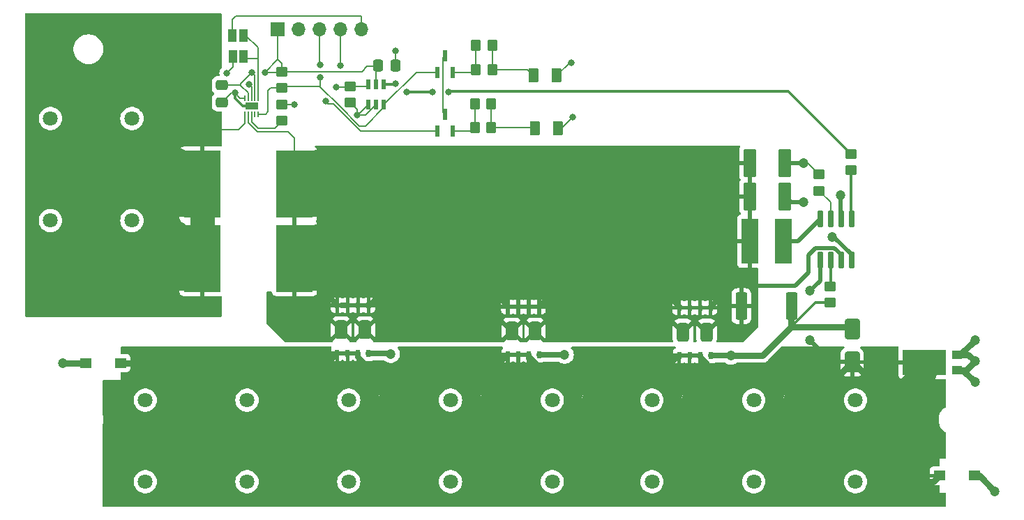
<source format=gbr>
%TF.GenerationSoftware,KiCad,Pcbnew,7.0.2-0*%
%TF.CreationDate,2024-06-30T17:20:26-07:00*%
%TF.ProjectId,Robosub_Power,526f626f-7375-4625-9f50-6f7765722e6b,rev?*%
%TF.SameCoordinates,Original*%
%TF.FileFunction,Copper,L1,Top*%
%TF.FilePolarity,Positive*%
%FSLAX46Y46*%
G04 Gerber Fmt 4.6, Leading zero omitted, Abs format (unit mm)*
G04 Created by KiCad (PCBNEW 7.0.2-0) date 2024-06-30 17:20:26*
%MOMM*%
%LPD*%
G01*
G04 APERTURE LIST*
G04 Aperture macros list*
%AMRoundRect*
0 Rectangle with rounded corners*
0 $1 Rounding radius*
0 $2 $3 $4 $5 $6 $7 $8 $9 X,Y pos of 4 corners*
0 Add a 4 corners polygon primitive as box body*
4,1,4,$2,$3,$4,$5,$6,$7,$8,$9,$2,$3,0*
0 Add four circle primitives for the rounded corners*
1,1,$1+$1,$2,$3*
1,1,$1+$1,$4,$5*
1,1,$1+$1,$6,$7*
1,1,$1+$1,$8,$9*
0 Add four rect primitives between the rounded corners*
20,1,$1+$1,$2,$3,$4,$5,0*
20,1,$1+$1,$4,$5,$6,$7,0*
20,1,$1+$1,$6,$7,$8,$9,0*
20,1,$1+$1,$8,$9,$2,$3,0*%
G04 Aperture macros list end*
%TA.AperFunction,ComponentPad*%
%ADD10C,1.800000*%
%TD*%
%TA.AperFunction,SMDPad,CuDef*%
%ADD11RoundRect,0.250000X0.375000X0.625000X-0.375000X0.625000X-0.375000X-0.625000X0.375000X-0.625000X0*%
%TD*%
%TA.AperFunction,SMDPad,CuDef*%
%ADD12R,1.000000X1.500000*%
%TD*%
%TA.AperFunction,SMDPad,CuDef*%
%ADD13R,0.220000X0.760000*%
%TD*%
%TA.AperFunction,SMDPad,CuDef*%
%ADD14R,1.500000X0.900000*%
%TD*%
%TA.AperFunction,SMDPad,CuDef*%
%ADD15R,0.499999X0.850011*%
%TD*%
%TA.AperFunction,SMDPad,CuDef*%
%ADD16R,0.599999X0.799998*%
%TD*%
%TA.AperFunction,SMDPad,CuDef*%
%ADD17RoundRect,0.381000X0.381000X-0.762000X0.381000X0.762000X-0.381000X0.762000X-0.381000X-0.762000X0*%
%TD*%
%TA.AperFunction,SMDPad,CuDef*%
%ADD18RoundRect,0.250000X-0.450000X0.350000X-0.450000X-0.350000X0.450000X-0.350000X0.450000X0.350000X0*%
%TD*%
%TA.AperFunction,SMDPad,CuDef*%
%ADD19R,2.057400X5.511800*%
%TD*%
%TA.AperFunction,SMDPad,CuDef*%
%ADD20R,0.558800X1.320800*%
%TD*%
%TA.AperFunction,SMDPad,CuDef*%
%ADD21RoundRect,0.250000X0.350000X0.450000X-0.350000X0.450000X-0.350000X-0.450000X0.350000X-0.450000X0*%
%TD*%
%TA.AperFunction,SMDPad,CuDef*%
%ADD22RoundRect,0.250000X-0.537500X-1.450000X0.537500X-1.450000X0.537500X1.450000X-0.537500X1.450000X0*%
%TD*%
%TA.AperFunction,SMDPad,CuDef*%
%ADD23RoundRect,0.042000X-0.258000X0.943000X-0.258000X-0.943000X0.258000X-0.943000X0.258000X0.943000X0*%
%TD*%
%TA.AperFunction,SMDPad,CuDef*%
%ADD24RoundRect,0.250000X-0.650000X1.000000X-0.650000X-1.000000X0.650000X-1.000000X0.650000X1.000000X0*%
%TD*%
%TA.AperFunction,SMDPad,CuDef*%
%ADD25RoundRect,0.040600X0.249400X-0.564400X0.249400X0.564400X-0.249400X0.564400X-0.249400X-0.564400X0*%
%TD*%
%TA.AperFunction,SMDPad,CuDef*%
%ADD26RoundRect,0.250000X0.450000X-0.350000X0.450000X0.350000X-0.450000X0.350000X-0.450000X-0.350000X0*%
%TD*%
%TA.AperFunction,SMDPad,CuDef*%
%ADD27RoundRect,0.249999X-0.450001X-1.425001X0.450001X-1.425001X0.450001X1.425001X-0.450001X1.425001X0*%
%TD*%
%TA.AperFunction,SMDPad,CuDef*%
%ADD28R,1.397000X1.219200*%
%TD*%
%TA.AperFunction,SMDPad,CuDef*%
%ADD29RoundRect,0.250000X-0.337500X-0.475000X0.337500X-0.475000X0.337500X0.475000X-0.337500X0.475000X0*%
%TD*%
%TA.AperFunction,SMDPad,CuDef*%
%ADD30R,4.445000X8.128000*%
%TD*%
%TA.AperFunction,ComponentPad*%
%ADD31R,1.700000X1.700000*%
%TD*%
%TA.AperFunction,ComponentPad*%
%ADD32O,1.700000X1.700000*%
%TD*%
%TA.AperFunction,SMDPad,CuDef*%
%ADD33R,1.143000X0.990600*%
%TD*%
%TA.AperFunction,SMDPad,CuDef*%
%ADD34R,5.207000X3.098800*%
%TD*%
%TA.AperFunction,SMDPad,CuDef*%
%ADD35RoundRect,0.250000X-0.475000X0.337500X-0.475000X-0.337500X0.475000X-0.337500X0.475000X0.337500X0*%
%TD*%
%TA.AperFunction,ViaPad*%
%ADD36C,2.000000*%
%TD*%
%TA.AperFunction,ViaPad*%
%ADD37C,1.200000*%
%TD*%
%TA.AperFunction,ViaPad*%
%ADD38C,0.800000*%
%TD*%
%TA.AperFunction,Conductor*%
%ADD39C,0.150000*%
%TD*%
%TA.AperFunction,Conductor*%
%ADD40C,3.000000*%
%TD*%
%TA.AperFunction,Conductor*%
%ADD41C,0.508000*%
%TD*%
%TA.AperFunction,Conductor*%
%ADD42C,0.750000*%
%TD*%
%TA.AperFunction,Conductor*%
%ADD43C,0.635000*%
%TD*%
%TA.AperFunction,Conductor*%
%ADD44C,0.304800*%
%TD*%
G04 APERTURE END LIST*
D10*
%TO.P,J6,1_1,1_1*%
%TO.N,V_BAT_THRUSTERS*%
X271800000Y-190517500D03*
%TO.P,J6,1_2,1_2*%
X271800000Y-180617500D03*
%TO.P,J6,2_1,2_1*%
%TO.N,GND*%
X266800000Y-190517500D03*
%TO.P,J6,2_2,2_2*%
X266800000Y-180617500D03*
%TD*%
D11*
%TO.P,D3,1,K*%
%TO.N,GND*%
X267500000Y-147600000D03*
%TO.P,D3,2,A*%
%TO.N,Net-(D3-A)*%
X264700000Y-147600000D03*
%TD*%
D10*
%TO.P,J2,1_1,1_1*%
%TO.N,+BATT*%
X205882500Y-151400000D03*
%TO.P,J2,1_2,1_2*%
X215782500Y-151400000D03*
%TO.P,J2,2_1,2_1*%
%TO.N,GND*%
X205882500Y-146400000D03*
%TO.P,J2,2_2,2_2*%
X215782500Y-146400000D03*
%TD*%
D12*
%TO.P,JP5,1,A*%
%TO.N,LATCH*%
X228000000Y-136300000D03*
%TO.P,JP5,2,B*%
%TO.N,Net-(JP4-A)*%
X229300000Y-136300000D03*
%TD*%
D10*
%TO.P,J8,1_1,1_1*%
%TO.N,V_BAT_THRUSTERS*%
X247100000Y-190517500D03*
%TO.P,J8,1_2,1_2*%
X247100000Y-180617500D03*
%TO.P,J8,2_1,2_1*%
%TO.N,GND*%
X242100000Y-190517500D03*
%TO.P,J8,2_2,2_2*%
X242100000Y-180617500D03*
%TD*%
D13*
%TO.P,U1,1,IN+*%
%TO.N,+BATT*%
X229500000Y-145900000D03*
%TO.P,U1,2,IN-*%
%TO.N,Sense(+)*%
X229900000Y-145900000D03*
%TO.P,U1,3,LIMIT*%
%TO.N,Net-(U1-LIMIT)*%
X230300000Y-145900000D03*
%TO.P,U1,4,ENABLE*%
%TO.N,+5V*%
X230700000Y-145900000D03*
%TO.P,U1,5,~{ALERT}*%
%TO.N,OCP_N*%
X231100000Y-145900000D03*
%TO.P,U1,6,LATCH*%
%TO.N,Net-(JP4-A)*%
X231100000Y-143930000D03*
%TO.P,U1,7,DELAY*%
%TO.N,+5V*%
X230700000Y-143930000D03*
%TO.P,U1,8,GND*%
%TO.N,GND*%
X230300000Y-143930000D03*
%TO.P,U1,9,VS*%
%TO.N,+5V*%
X229900000Y-143930000D03*
%TO.P,U1,10,HYS*%
%TO.N,GND*%
X229500000Y-143930000D03*
D14*
%TO.P,U1,11,EP*%
X230300000Y-144915000D03*
%TD*%
D11*
%TO.P,D2,1,K*%
%TO.N,GND*%
X267300000Y-141200000D03*
%TO.P,D2,2,A*%
%TO.N,Net-(D2-A)*%
X264500000Y-141200000D03*
%TD*%
D10*
%TO.P,J9,1_1,1_1*%
%TO.N,V_BAT_THRUSTERS*%
X234750000Y-190517500D03*
%TO.P,J9,1_2,1_2*%
X234750000Y-180617500D03*
%TO.P,J9,2_1,2_1*%
%TO.N,GND*%
X229750000Y-190517500D03*
%TO.P,J9,2_2,2_2*%
X229750000Y-180617500D03*
%TD*%
D15*
%TO.P,U4,1,S*%
%TO.N,V_BAT_THRUSTERS*%
X240700000Y-174924002D03*
%TO.P,U4,2,S*%
X241970000Y-174924002D03*
%TO.P,U4,3,S*%
X243240000Y-174924002D03*
%TO.P,U4,4,G*%
%TO.N,THRUSTERS_GATE*%
X244510000Y-174924002D03*
D16*
%TO.P,U4,5,D*%
%TO.N,Sense(+)*%
X244510000Y-169100000D03*
%TO.P,U4,6,D*%
X243240000Y-169100000D03*
%TO.P,U4,7,D*%
X241970000Y-169100000D03*
%TO.P,U4,8,D*%
X240700000Y-169100000D03*
D17*
%TO.P,U4,9,D*%
X241182600Y-172075301D03*
%TO.P,U4,10,D*%
X244027400Y-172075301D03*
%TD*%
D18*
%TO.P,R6,1*%
%TO.N,Net-(U3-GATE)*%
X300500000Y-166800000D03*
%TO.P,R6,2*%
%TO.N,THRUSTERS_GATE*%
X300500000Y-168800000D03*
%TD*%
D19*
%TO.P,L1,1,1*%
%TO.N,Net-(U3-SW)*%
X294819300Y-161300000D03*
%TO.P,L1,2,2*%
%TO.N,Sense(+)*%
X290780700Y-161300000D03*
%TD*%
D10*
%TO.P,J5,1_1,1_1*%
%TO.N,V_BAT_THRUSTERS*%
X283900000Y-190517500D03*
%TO.P,J5,1_2,1_2*%
X283900000Y-180617500D03*
%TO.P,J5,2_1,2_1*%
%TO.N,GND*%
X278900000Y-190517500D03*
%TO.P,J5,2_2,2_2*%
X278900000Y-180617500D03*
%TD*%
D20*
%TO.P,U7,1,GATE*%
%TO.N,OCP_N*%
X252847500Y-140816000D03*
%TO.P,U7,2,SOURCE*%
%TO.N,Net-(U7-SOURCE)*%
X254752500Y-140816000D03*
%TO.P,U7,3,DRAIN*%
%TO.N,+5V*%
X253800000Y-138784000D03*
%TD*%
D21*
%TO.P,R11,1*%
%TO.N,Net-(D3-A)*%
X259400000Y-147500000D03*
%TO.P,R11,2*%
%TO.N,Net-(U8-SOURCE)*%
X257400000Y-147500000D03*
%TD*%
D22*
%TO.P,C3,1*%
%TO.N,Sense(+)*%
X290762500Y-155900000D03*
%TO.P,C3,2*%
%TO.N,Net-(U3-OUT)*%
X295037500Y-155900000D03*
%TD*%
D23*
%TO.P,U3,1,IN*%
%TO.N,Net-(U3-IN)*%
X303105000Y-158625000D03*
%TO.P,U3,2,GND*%
%TO.N,GND*%
X301835000Y-158625000D03*
%TO.P,U3,3,RS*%
%TO.N,Net-(U3-RS)*%
X300565000Y-158625000D03*
%TO.P,U3,4,SW*%
%TO.N,Net-(U3-SW)*%
X299295000Y-158625000D03*
%TO.P,U3,5,SOURCE*%
%TO.N,V_BAT_THRUSTERS*%
X299295000Y-163575000D03*
%TO.P,U3,6,GATE*%
%TO.N,Net-(U3-GATE)*%
X300565000Y-163575000D03*
%TO.P,U3,7,VCC*%
%TO.N,Sense(+)*%
X301835000Y-163575000D03*
%TO.P,U3,8,OUT*%
%TO.N,Net-(U3-OUT)*%
X303105000Y-163575000D03*
%TD*%
D21*
%TO.P,R7,1*%
%TO.N,Net-(D2-A)*%
X259500000Y-137500000D03*
%TO.P,R7,2*%
%TO.N,Net-(U7-SOURCE)*%
X257500000Y-137500000D03*
%TD*%
D24*
%TO.P,D1,1,K*%
%TO.N,THRUSTERS_GATE*%
X303200000Y-172000000D03*
%TO.P,D1,2,A*%
%TO.N,V_BAT_THRUSTERS*%
X303200000Y-176000000D03*
%TD*%
D25*
%TO.P,U2,1,IN1*%
%TO.N,GND*%
X244450000Y-144755000D03*
%TO.P,U2,2,GND*%
X245400000Y-144755000D03*
%TO.P,U2,3,IN0*%
%TO.N,OCP_N*%
X246350000Y-144755000D03*
%TO.P,U2,4,Y*%
%TO.N,GATE_EN*%
X246350000Y-142245000D03*
%TO.P,U2,5,VCC*%
%TO.N,+5V*%
X245400000Y-142245000D03*
%TO.P,U2,6,IN2*%
%TO.N,THRUST_EN*%
X244450000Y-142245000D03*
%TD*%
D10*
%TO.P,J1,1_1,1_1*%
%TO.N,+BATT*%
X205882500Y-163800000D03*
%TO.P,J1,1_2,1_2*%
X215782500Y-163800000D03*
%TO.P,J1,2_1,2_1*%
%TO.N,GND*%
X205882500Y-158800000D03*
%TO.P,J1,2_2,2_2*%
X215782500Y-158800000D03*
%TD*%
D26*
%TO.P,R2,1*%
%TO.N,Net-(U1-LIMIT)*%
X234000000Y-146700000D03*
%TO.P,R2,2*%
%TO.N,GND*%
X234000000Y-144700000D03*
%TD*%
D15*
%TO.P,U6,1,S*%
%TO.N,V_BAT_THRUSTERS*%
X282190000Y-175224002D03*
%TO.P,U6,2,S*%
X283460000Y-175224002D03*
%TO.P,U6,3,S*%
X284730000Y-175224002D03*
%TO.P,U6,4,G*%
%TO.N,THRUSTERS_GATE*%
X286000000Y-175224002D03*
D16*
%TO.P,U6,5,D*%
%TO.N,Sense(+)*%
X286000000Y-169400000D03*
%TO.P,U6,6,D*%
X284730000Y-169400000D03*
%TO.P,U6,7,D*%
X283460000Y-169400000D03*
%TO.P,U6,8,D*%
X282190000Y-169400000D03*
D17*
%TO.P,U6,9,D*%
X282672600Y-172375301D03*
%TO.P,U6,10,D*%
X285517400Y-172375301D03*
%TD*%
D27*
%TO.P,R9,1*%
%TO.N,Sense(+)*%
X289750000Y-169200000D03*
%TO.P,R9,2*%
%TO.N,THRUSTERS_GATE*%
X295850000Y-169200000D03*
%TD*%
D28*
%TO.P,C5,1*%
%TO.N,V_BAT_THRUSTERS*%
X313791800Y-189800000D03*
%TO.P,C5,2*%
%TO.N,GND*%
X318008200Y-189800000D03*
%TD*%
D12*
%TO.P,JP4,1,A*%
%TO.N,Net-(JP4-A)*%
X229350000Y-138900000D03*
%TO.P,JP4,2,B*%
%TO.N,GND*%
X228050000Y-138900000D03*
%TD*%
D29*
%TO.P,C2,1*%
%TO.N,+5V*%
X245662500Y-140000000D03*
%TO.P,C2,2*%
%TO.N,GND*%
X247737500Y-140000000D03*
%TD*%
D30*
%TO.P,WSLP59312L000FEA_2,1*%
%TO.N,Sense(+)*%
X235513400Y-154400000D03*
%TO.P,WSLP59312L000FEA_2,2*%
%TO.N,+BATT*%
X224286600Y-154400000D03*
%TD*%
D15*
%TO.P,U5,1,S*%
%TO.N,V_BAT_THRUSTERS*%
X261395000Y-175099501D03*
%TO.P,U5,2,S*%
X262665000Y-175099501D03*
%TO.P,U5,3,S*%
X263935000Y-175099501D03*
%TO.P,U5,4,G*%
%TO.N,THRUSTERS_GATE*%
X265205000Y-175099501D03*
D16*
%TO.P,U5,5,D*%
%TO.N,Sense(+)*%
X265205000Y-169275499D03*
%TO.P,U5,6,D*%
X263935000Y-169275499D03*
%TO.P,U5,7,D*%
X262665000Y-169275499D03*
%TO.P,U5,8,D*%
X261395000Y-169275499D03*
D17*
%TO.P,U5,9,D*%
X261877600Y-172250800D03*
%TO.P,U5,10,D*%
X264722400Y-172250800D03*
%TD*%
D10*
%TO.P,J7,1_1,1_1*%
%TO.N,V_BAT_THRUSTERS*%
X259450000Y-190517500D03*
%TO.P,J7,1_2,1_2*%
X259450000Y-180617500D03*
%TO.P,J7,2_1,2_1*%
%TO.N,GND*%
X254450000Y-190517500D03*
%TO.P,J7,2_2,2_2*%
X254450000Y-180617500D03*
%TD*%
D21*
%TO.P,R10,1*%
%TO.N,Net-(D2-A)*%
X259500000Y-140500000D03*
%TO.P,R10,2*%
%TO.N,Net-(U7-SOURCE)*%
X257500000Y-140500000D03*
%TD*%
%TO.P,R8,1*%
%TO.N,Net-(D3-A)*%
X259400000Y-144600000D03*
%TO.P,R8,2*%
%TO.N,Net-(U8-SOURCE)*%
X257400000Y-144600000D03*
%TD*%
D31*
%TO.P,J11,1,Pin_1*%
%TO.N,+5V*%
X233500000Y-135600000D03*
D32*
%TO.P,J11,2,Pin_2*%
%TO.N,GND*%
X236040000Y-135600000D03*
%TO.P,J11,3,Pin_3*%
%TO.N,OCP_N*%
X238580000Y-135600000D03*
%TO.P,J11,4,Pin_4*%
%TO.N,THRUST_EN*%
X241120000Y-135600000D03*
%TO.P,J11,5,Pin_5*%
%TO.N,LATCH*%
X243660000Y-135600000D03*
%TD*%
D33*
%TO.P,CR1,1,1*%
%TO.N,GND*%
X315900000Y-176940002D03*
%TO.P,CR1,2,2*%
X315900000Y-175100000D03*
D34*
%TO.P,CR1,3,3*%
%TO.N,V_BAT_THRUSTERS*%
X311912200Y-176020001D03*
%TD*%
D18*
%TO.P,R3,1*%
%TO.N,THRUST_EN*%
X242300000Y-142500000D03*
%TO.P,R3,2*%
%TO.N,GND*%
X242300000Y-144500000D03*
%TD*%
D10*
%TO.P,J3,1_1,1_1*%
%TO.N,V_BAT_THRUSTERS*%
X308600000Y-190517500D03*
%TO.P,J3,1_2,1_2*%
X308600000Y-180617500D03*
%TO.P,J3,2_1,2_1*%
%TO.N,GND*%
X303600000Y-190517500D03*
%TO.P,J3,2_2,2_2*%
X303600000Y-180617500D03*
%TD*%
D20*
%TO.P,U8,1,GATE*%
%TO.N,THRUST_EN*%
X252847500Y-147932000D03*
%TO.P,U8,2,SOURCE*%
%TO.N,Net-(U8-SOURCE)*%
X254752500Y-147932000D03*
%TO.P,U8,3,DRAIN*%
%TO.N,+5V*%
X253800000Y-145900000D03*
%TD*%
D10*
%TO.P,J10,1_1,1_1*%
%TO.N,V_BAT_THRUSTERS*%
X222400000Y-190517500D03*
%TO.P,J10,1_2,1_2*%
X222400000Y-180617500D03*
%TO.P,J10,2_1,2_1*%
%TO.N,GND*%
X217400000Y-190517500D03*
%TO.P,J10,2_2,2_2*%
X217400000Y-180617500D03*
%TD*%
D22*
%TO.P,C4,1*%
%TO.N,Sense(+)*%
X290762500Y-151800000D03*
%TO.P,C4,2*%
%TO.N,GND*%
X295037500Y-151800000D03*
%TD*%
D28*
%TO.P,C6,1*%
%TO.N,V_BAT_THRUSTERS*%
X214408200Y-176100000D03*
%TO.P,C6,2*%
%TO.N,GND*%
X210191800Y-176100000D03*
%TD*%
D35*
%TO.P,C1,1*%
%TO.N,+5V*%
X226700000Y-142362500D03*
%TO.P,C1,2*%
%TO.N,GND*%
X226700000Y-144437500D03*
%TD*%
D30*
%TO.P,WSLP59312L000FEA_1,1*%
%TO.N,Sense(+)*%
X235513400Y-163400000D03*
%TO.P,WSLP59312L000FEA_1,2*%
%TO.N,+BATT*%
X224286600Y-163400000D03*
%TD*%
D18*
%TO.P,R1,1*%
%TO.N,+5V*%
X234000000Y-140700000D03*
%TO.P,R1,2*%
%TO.N,OCP_N*%
X234000000Y-142700000D03*
%TD*%
D26*
%TO.P,R5,1*%
%TO.N,Net-(U3-RS)*%
X299200000Y-155200000D03*
%TO.P,R5,2*%
%TO.N,GND*%
X299200000Y-153200000D03*
%TD*%
D10*
%TO.P,J4,1_1,1_1*%
%TO.N,V_BAT_THRUSTERS*%
X296250000Y-190517500D03*
%TO.P,J4,1_2,1_2*%
X296250000Y-180617500D03*
%TO.P,J4,2_1,2_1*%
%TO.N,GND*%
X291250000Y-190517500D03*
%TO.P,J4,2_2,2_2*%
X291250000Y-180617500D03*
%TD*%
D18*
%TO.P,R4,1*%
%TO.N,GATE_EN*%
X303100000Y-150700000D03*
%TO.P,R4,2*%
%TO.N,Net-(U3-IN)*%
X303100000Y-152700000D03*
%TD*%
D36*
%TO.N,+BATT*%
X219300000Y-163000000D03*
X219300000Y-154100000D03*
X219300000Y-160300000D03*
X219300000Y-165800000D03*
X219300000Y-156800000D03*
X219300000Y-151400000D03*
D37*
%TO.N,Net-(U3-OUT)*%
X297300000Y-156600000D03*
X300800000Y-160800000D03*
%TO.N,V_BAT_THRUSTERS*%
X298100000Y-167300000D03*
X298100000Y-173300000D03*
%TO.N,THRUSTERS_GATE*%
X247200000Y-175000000D03*
X288500000Y-175200000D03*
X268300000Y-175100000D03*
D38*
%TO.N,THRUST_EN*%
X241100000Y-140000000D03*
X239300000Y-144300000D03*
X240600000Y-142600000D03*
%TO.N,OCP_N*%
X238600000Y-139900000D03*
X238600000Y-141400000D03*
%TO.N,GATE_EN*%
X247800000Y-142200000D03*
X249100000Y-143200000D03*
X252300000Y-143200000D03*
X254200000Y-143200000D03*
%TO.N,GND*%
X230000000Y-142300000D03*
X269100000Y-139600000D03*
D37*
X207400000Y-176100000D03*
D38*
X228300000Y-143300000D03*
D37*
X318100000Y-175900000D03*
X318100000Y-178400000D03*
X297300000Y-151800000D03*
D38*
X235500000Y-144700000D03*
D37*
X301800000Y-155700000D03*
X320500000Y-191700000D03*
D38*
X269300000Y-146200000D03*
X247800000Y-138200000D03*
D37*
X318100000Y-173300000D03*
D38*
X243074079Y-146025921D03*
X227300000Y-140900000D03*
%TO.N,+5V*%
X230300000Y-140800000D03*
X231900000Y-140800000D03*
D36*
%TO.N,Sense(+)*%
X240300000Y-160700000D03*
X240300000Y-156800000D03*
X240300000Y-163300000D03*
X240300000Y-165800000D03*
X286600000Y-163200000D03*
X240300000Y-151700000D03*
X286600000Y-160600000D03*
X286600000Y-156700000D03*
X286600000Y-151600000D03*
X240300000Y-154300000D03*
X286600000Y-165700000D03*
X286600000Y-154200000D03*
%TD*%
D39*
%TO.N,LATCH*%
X243660000Y-135600000D02*
X243660000Y-134060000D01*
X243660000Y-134060000D02*
X243600000Y-134000000D01*
X243600000Y-134000000D02*
X228400000Y-134000000D01*
X228400000Y-134000000D02*
X228000000Y-134400000D01*
X228000000Y-134400000D02*
X228000000Y-136300000D01*
D40*
%TO.N,+BATT*%
X221286600Y-151400000D02*
X224286600Y-154400000D01*
D39*
X229500000Y-145900000D02*
X229500000Y-147000000D01*
D40*
X219300000Y-165800000D02*
X221886600Y-165800000D01*
X224286600Y-163400000D02*
X224286600Y-154400000D01*
D39*
X229500000Y-147000000D02*
X228700000Y-147800000D01*
X228700000Y-147800000D02*
X225300000Y-147800000D01*
D40*
X219300000Y-151400000D02*
X221286600Y-151400000D01*
X221186600Y-160300000D02*
X224286600Y-163400000D01*
D39*
X224286600Y-148813400D02*
X224286600Y-154400000D01*
D40*
X218500000Y-163800000D02*
X219300000Y-163000000D01*
D39*
X225300000Y-147800000D02*
X224286600Y-148813400D01*
D40*
X219300000Y-156800000D02*
X221886600Y-156800000D01*
X219300000Y-163000000D02*
X223886600Y-163000000D01*
X221886600Y-156800000D02*
X224286600Y-154400000D01*
X221886600Y-165800000D02*
X224286600Y-163400000D01*
X219300000Y-160300000D02*
X221186600Y-160300000D01*
X205882500Y-151400000D02*
X215782500Y-151400000D01*
X215782500Y-151400000D02*
X219300000Y-151400000D01*
X215782500Y-163800000D02*
X218500000Y-163800000D01*
X219300000Y-154100000D02*
X223986600Y-154100000D01*
X205882500Y-163800000D02*
X215782500Y-163800000D01*
D41*
%TO.N,Net-(U3-OUT)*%
X300962450Y-160800000D02*
X300800000Y-160800000D01*
X295737500Y-156600000D02*
X295037500Y-155900000D01*
X297300000Y-156600000D02*
X295737500Y-156600000D01*
X303105000Y-162942550D02*
X300962450Y-160800000D01*
D42*
%TO.N,V_BAT_THRUSTERS*%
X214408200Y-176100000D02*
X217882500Y-176100000D01*
D40*
X247100000Y-180617500D02*
X247100000Y-190517500D01*
D43*
X263935000Y-175099501D02*
X263935000Y-175274507D01*
X284730000Y-175224002D02*
X284730000Y-175399008D01*
D40*
X283900000Y-180617500D02*
X283900000Y-190517500D01*
D43*
X243240000Y-174924002D02*
X243240000Y-175364006D01*
D42*
X298582500Y-180617500D02*
X296250000Y-180617500D01*
D41*
X299295000Y-163575000D02*
X299295000Y-166105000D01*
D42*
X303200000Y-176000000D02*
X298582500Y-180617500D01*
D40*
X234750000Y-180617500D02*
X234750000Y-190517500D01*
D43*
X284730000Y-175399008D02*
X286100000Y-176769008D01*
X286100000Y-176769008D02*
X286100000Y-176800000D01*
D40*
X271800000Y-180617500D02*
X271800000Y-190517500D01*
X259450000Y-180617500D02*
X259450000Y-190517500D01*
D42*
X217882500Y-176100000D02*
X222400000Y-180617500D01*
D40*
X311912200Y-177305300D02*
X308600000Y-180617500D01*
D43*
X282190000Y-175224002D02*
X282175998Y-175224002D01*
D41*
X300800000Y-176000000D02*
X303200000Y-176000000D01*
D42*
X303200000Y-176000000D02*
X308600000Y-181400000D01*
D43*
X244575994Y-176700000D02*
X244700000Y-176700000D01*
X261395000Y-175105000D02*
X259700000Y-176800000D01*
D42*
X308600000Y-190517500D02*
X313074300Y-190517500D01*
D40*
X311912200Y-176020001D02*
X311912200Y-177305300D01*
D43*
X240700000Y-175000000D02*
X239200000Y-176500000D01*
D42*
X313074300Y-190517500D02*
X313791800Y-189800000D01*
D43*
X240700000Y-174924002D02*
X240700000Y-175000000D01*
D40*
X308600000Y-181900000D02*
X308600000Y-190517500D01*
D43*
X265400000Y-176739507D02*
X265400000Y-176800000D01*
X261395000Y-175099501D02*
X261395000Y-175105000D01*
X282175998Y-175224002D02*
X280900000Y-176500000D01*
X263935000Y-175274507D02*
X265400000Y-176739507D01*
D42*
X308600000Y-181400000D02*
X308600000Y-181900000D01*
D40*
X296250000Y-180617500D02*
X296250000Y-190517500D01*
X308600000Y-180617500D02*
X308600000Y-181900000D01*
D43*
X263935000Y-175099501D02*
X263935000Y-175539505D01*
D40*
X222400000Y-180617500D02*
X222400000Y-190517500D01*
D41*
X299295000Y-166105000D02*
X298100000Y-167300000D01*
X298100000Y-173300000D02*
X300800000Y-176000000D01*
D43*
X243240000Y-175364006D02*
X244575994Y-176700000D01*
%TO.N,THRUSTERS_GATE*%
X286000000Y-175224002D02*
X288475998Y-175224002D01*
X244510000Y-174924002D02*
X247124002Y-174924002D01*
X265205000Y-175099501D02*
X268299501Y-175099501D01*
D42*
X295800000Y-171700000D02*
X302900000Y-171700000D01*
D43*
X247124002Y-174924002D02*
X247200000Y-175000000D01*
X268299501Y-175099501D02*
X268300000Y-175100000D01*
D44*
X300500000Y-168800000D02*
X298700000Y-168800000D01*
D42*
X288500000Y-175200000D02*
X292300000Y-175200000D01*
D44*
X298700000Y-168800000D02*
X295800000Y-171700000D01*
D42*
X295800000Y-171700000D02*
X295800000Y-169250000D01*
D43*
X288475998Y-175224002D02*
X288500000Y-175200000D01*
D42*
X292300000Y-175200000D02*
X295800000Y-171700000D01*
D39*
%TO.N,Net-(U7-SOURCE)*%
X257500000Y-140500000D02*
X257500000Y-137500000D01*
X254752500Y-140816000D02*
X257184000Y-140816000D01*
%TO.N,Net-(D2-A)*%
X259500000Y-137500000D02*
X259500000Y-140500000D01*
X263800000Y-140500000D02*
X264500000Y-141200000D01*
X259500000Y-140500000D02*
X263800000Y-140500000D01*
%TO.N,Net-(U8-SOURCE)*%
X254752500Y-147932000D02*
X256968000Y-147932000D01*
X257400000Y-144600000D02*
X257400000Y-147500000D01*
%TO.N,Net-(D3-A)*%
X259400000Y-147500000D02*
X264600000Y-147500000D01*
X259400000Y-144600000D02*
X259400000Y-147500000D01*
%TO.N,THRUST_EN*%
X241120000Y-135600000D02*
X241120000Y-139980000D01*
X244195000Y-142500000D02*
X244450000Y-142245000D01*
X252847500Y-147932000D02*
X243532000Y-147932000D01*
X243532000Y-147932000D02*
X240200000Y-144600000D01*
X242300000Y-142500000D02*
X244195000Y-142500000D01*
X240200000Y-144600000D02*
X239600000Y-144600000D01*
X241120000Y-139980000D02*
X241100000Y-140000000D01*
X239600000Y-144600000D02*
X239300000Y-144300000D01*
X240600000Y-142600000D02*
X242200000Y-142600000D01*
D41*
%TO.N,Net-(U3-SW)*%
X294819300Y-161300000D02*
X296620000Y-161300000D01*
X296620000Y-161300000D02*
X299295000Y-158625000D01*
D39*
%TO.N,OCP_N*%
X243394270Y-147300000D02*
X244115126Y-147300000D01*
X241000000Y-144905730D02*
X243394270Y-147300000D01*
X231100000Y-145900000D02*
X232000000Y-145900000D01*
X232600000Y-142700000D02*
X234000000Y-142700000D01*
X238600000Y-141400000D02*
X238600000Y-142460000D01*
X244115126Y-147300000D02*
X246350000Y-145065126D01*
X250289000Y-140816000D02*
X246350000Y-144755000D01*
X238600000Y-142460000D02*
X238580000Y-142480000D01*
X234220000Y-142480000D02*
X238580000Y-142480000D01*
X238580000Y-135600000D02*
X238580000Y-139880000D01*
X232300000Y-145600000D02*
X232300000Y-143000000D01*
X252847500Y-140816000D02*
X250289000Y-140816000D01*
X232000000Y-145900000D02*
X232300000Y-145600000D01*
X232300000Y-143000000D02*
X232600000Y-142700000D01*
X238580000Y-139880000D02*
X238600000Y-139900000D01*
X241000000Y-144900000D02*
X241000000Y-144905730D01*
X238580000Y-142480000D02*
X241000000Y-144900000D01*
%TO.N,Net-(U1-LIMIT)*%
X233137701Y-147562299D02*
X234000000Y-146700000D01*
X230300000Y-145900000D02*
X230300000Y-146794269D01*
X230300000Y-146794269D02*
X231068030Y-147562299D01*
X231068030Y-147562299D02*
X233137701Y-147562299D01*
D44*
%TO.N,GATE_EN*%
X247755000Y-142245000D02*
X247800000Y-142200000D01*
X295472600Y-143072600D02*
X303100000Y-150700000D01*
X254200000Y-143200000D02*
X254327400Y-143072600D01*
X254327400Y-143072600D02*
X295472600Y-143072600D01*
X246350000Y-142245000D02*
X247755000Y-142245000D01*
X249100000Y-143200000D02*
X252300000Y-143200000D01*
%TO.N,Net-(U3-IN)*%
X303100000Y-152700000D02*
X303100000Y-158620000D01*
D39*
%TO.N,Net-(U3-RS)*%
X300565000Y-156565000D02*
X300565000Y-158625000D01*
X299200000Y-155200000D02*
X300565000Y-156565000D01*
D44*
%TO.N,Net-(U3-GATE)*%
X300565000Y-163575000D02*
X300565000Y-166735000D01*
D39*
%TO.N,GND*%
X227837500Y-143300000D02*
X228300000Y-143300000D01*
X247737500Y-138262500D02*
X247800000Y-138200000D01*
D41*
X301800000Y-155700000D02*
X301800000Y-158590000D01*
D42*
X318008200Y-189800000D02*
X318600000Y-189800000D01*
X315900000Y-175100000D02*
X316300000Y-175100000D01*
X315900000Y-176940002D02*
X317059998Y-176940002D01*
D39*
X230300000Y-142600000D02*
X230000000Y-142300000D01*
X243179079Y-146025921D02*
X243074079Y-146025921D01*
X245400000Y-144755000D02*
X244129079Y-146025921D01*
X228050000Y-138900000D02*
X228050000Y-140150000D01*
D42*
X317059998Y-176940002D02*
X318100000Y-175900000D01*
D39*
X244129079Y-146025921D02*
X243074079Y-146025921D01*
D44*
X230300000Y-144915000D02*
X229245200Y-144915000D01*
D42*
X315900000Y-176940002D02*
X316640002Y-176940002D01*
D39*
X247737500Y-140000000D02*
X247737500Y-138262500D01*
X243074079Y-145274079D02*
X243074079Y-146025921D01*
X244450000Y-144755000D02*
X243179079Y-146025921D01*
X297800000Y-151800000D02*
X299200000Y-153200000D01*
X230300000Y-143930000D02*
X230300000Y-142600000D01*
D44*
X228300000Y-143969800D02*
X228300000Y-143300000D01*
X229245200Y-144915000D02*
X228300000Y-143969800D01*
D39*
X268900000Y-139600000D02*
X269100000Y-139600000D01*
D42*
X316300000Y-175100000D02*
X318100000Y-173300000D01*
X315900000Y-175100000D02*
X317300000Y-175100000D01*
X317300000Y-175100000D02*
X318100000Y-175900000D01*
D39*
X242300000Y-144500000D02*
X243074079Y-145274079D01*
D42*
X318600000Y-189800000D02*
X320500000Y-191700000D01*
D39*
X267900000Y-147600000D02*
X269300000Y-146200000D01*
X226700000Y-144437500D02*
X227837500Y-143300000D01*
X229500000Y-143930000D02*
X228930000Y-143930000D01*
X228930000Y-143930000D02*
X228300000Y-143300000D01*
X297300000Y-151800000D02*
X297800000Y-151800000D01*
X234000000Y-144700000D02*
X235500000Y-144700000D01*
D42*
X316640002Y-176940002D02*
X318100000Y-178400000D01*
D39*
X228050000Y-140150000D02*
X227300000Y-140900000D01*
D41*
X295037500Y-151800000D02*
X297300000Y-151800000D01*
D39*
X267300000Y-141200000D02*
X268900000Y-139600000D01*
D42*
X207400000Y-176100000D02*
X210191800Y-176100000D01*
D39*
%TO.N,+5V*%
X233500000Y-139200000D02*
X231900000Y-140800000D01*
X234000000Y-140700000D02*
X243700000Y-140700000D01*
X233500000Y-139200000D02*
X234000000Y-139700000D01*
X244300000Y-140100000D02*
X245562500Y-140100000D01*
X230300000Y-140800000D02*
X228962500Y-142137500D01*
X253525500Y-145625500D02*
X253525500Y-139058500D01*
X245400000Y-142245000D02*
X245400000Y-140262500D01*
X228962500Y-142137500D02*
X228962500Y-142362500D01*
X231900000Y-140800000D02*
X233900000Y-140800000D01*
X229900000Y-143930000D02*
X229900000Y-143300000D01*
X226700000Y-142362500D02*
X228962500Y-142362500D01*
X233500000Y-135600000D02*
X233500000Y-139200000D01*
X234000000Y-139700000D02*
X234000000Y-140700000D01*
X253800000Y-145900000D02*
X253525500Y-145625500D01*
X230700000Y-141200000D02*
X230300000Y-140800000D01*
X229900000Y-143300000D02*
X229000000Y-142400000D01*
X253525500Y-139058500D02*
X253800000Y-138784000D01*
X230700000Y-143930000D02*
X230700000Y-141200000D01*
X243700000Y-140700000D02*
X244300000Y-140100000D01*
X228962500Y-142362500D02*
X229000000Y-142400000D01*
D43*
%TO.N,Sense(+)*%
X286000000Y-169300000D02*
X287600000Y-167700000D01*
D40*
X238213400Y-160700000D02*
X235513400Y-163400000D01*
D41*
X297900000Y-165100000D02*
X296300000Y-166700000D01*
D43*
X240700000Y-169000000D02*
X239600000Y-167900000D01*
X286000000Y-169400000D02*
X286000000Y-169300000D01*
D41*
X298764000Y-162136000D02*
X297900000Y-163000000D01*
D40*
X238213400Y-151700000D02*
X235513400Y-154400000D01*
X240300000Y-165800000D02*
X237913400Y-165800000D01*
D41*
X301835000Y-162942550D02*
X301028450Y-162136000D01*
D43*
X240700000Y-169100000D02*
X240700000Y-169000000D01*
D40*
X240300000Y-160700000D02*
X238213400Y-160700000D01*
D39*
X231011462Y-148000000D02*
X234700000Y-148000000D01*
X234700000Y-148000000D02*
X235513400Y-148813400D01*
D40*
X240300000Y-156800000D02*
X237913400Y-156800000D01*
D43*
X241970000Y-169100000D02*
X241213400Y-169100000D01*
D40*
X237913400Y-156800000D02*
X235513400Y-154400000D01*
D43*
X282190000Y-169400000D02*
X282190000Y-169290000D01*
X244510000Y-169100000D02*
X244600000Y-169100000D01*
D41*
X289800000Y-166700000D02*
X289800000Y-169150000D01*
D43*
X265205000Y-169275499D02*
X265224501Y-169275499D01*
D39*
X229900000Y-145900000D02*
X229900000Y-146888539D01*
D41*
X301028450Y-162136000D02*
X298764000Y-162136000D01*
D43*
X265224501Y-169275499D02*
X267000000Y-167500000D01*
D40*
X240300000Y-163300000D02*
X235613400Y-163300000D01*
X240300000Y-154300000D02*
X235613400Y-154300000D01*
D39*
X229900000Y-146888539D02*
X231011462Y-148000000D01*
D43*
X261395000Y-169195000D02*
X259900000Y-167700000D01*
D40*
X240300000Y-151700000D02*
X238213400Y-151700000D01*
D43*
X282190000Y-169290000D02*
X280600000Y-167700000D01*
D41*
X297900000Y-163000000D02*
X297900000Y-165100000D01*
D39*
X235513400Y-148813400D02*
X235513400Y-154400000D01*
D41*
X296300000Y-166700000D02*
X289800000Y-166700000D01*
D43*
X261395000Y-169275499D02*
X261395000Y-169195000D01*
D40*
X237913400Y-165800000D02*
X235513400Y-163400000D01*
D43*
X237613400Y-161300000D02*
X235513400Y-163400000D01*
X244600000Y-169100000D02*
X246400000Y-167300000D01*
D39*
%TO.N,Net-(JP4-A)*%
X231100000Y-137800000D02*
X231100000Y-139100000D01*
X229600000Y-136300000D02*
X231100000Y-137800000D01*
X231100000Y-139100000D02*
X231100000Y-143930000D01*
X229200000Y-139100000D02*
X231100000Y-139100000D01*
%TD*%
%TA.AperFunction,Conductor*%
%TO.N,+BATT*%
G36*
X226643039Y-133620185D02*
G01*
X226688794Y-133672989D01*
X226700000Y-133724500D01*
X226700000Y-140161036D01*
X226680315Y-140228075D01*
X226668150Y-140244008D01*
X226560959Y-140363055D01*
X226465472Y-140528443D01*
X226406458Y-140710070D01*
X226406457Y-140710072D01*
X226406458Y-140710072D01*
X226386496Y-140900000D01*
X226406458Y-141089928D01*
X226406459Y-141089931D01*
X226411090Y-141104185D01*
X226413083Y-141174026D01*
X226377001Y-141233858D01*
X226314299Y-141264684D01*
X226293159Y-141266500D01*
X226177605Y-141266500D01*
X226177585Y-141266500D01*
X226174456Y-141266501D01*
X226171325Y-141266820D01*
X226171321Y-141266821D01*
X226070574Y-141277112D01*
X225902263Y-141332884D01*
X225751345Y-141425971D01*
X225625971Y-141551345D01*
X225532884Y-141702263D01*
X225477112Y-141870573D01*
X225466819Y-141971324D01*
X225466818Y-141971341D01*
X225466500Y-141974455D01*
X225466500Y-141977601D01*
X225466500Y-141977602D01*
X225466500Y-142747395D01*
X225466500Y-142747414D01*
X225466501Y-142750544D01*
X225466820Y-142753675D01*
X225466821Y-142753678D01*
X225477112Y-142854425D01*
X225532884Y-143022736D01*
X225625971Y-143173654D01*
X225761596Y-143309279D01*
X225759317Y-143311557D01*
X225790667Y-143346416D01*
X225801886Y-143415379D01*
X225774039Y-143479459D01*
X225761338Y-143490463D01*
X225761596Y-143490721D01*
X225625971Y-143626345D01*
X225532884Y-143777263D01*
X225477112Y-143945573D01*
X225466819Y-144046324D01*
X225466818Y-144046341D01*
X225466500Y-144049455D01*
X225466500Y-144052601D01*
X225466500Y-144052602D01*
X225466500Y-144822395D01*
X225466500Y-144822414D01*
X225466501Y-144825544D01*
X225466820Y-144828675D01*
X225466821Y-144828678D01*
X225477112Y-144929425D01*
X225532884Y-145097736D01*
X225532885Y-145097738D01*
X225537804Y-145105713D01*
X225625971Y-145248654D01*
X225751345Y-145374028D01*
X225751347Y-145374029D01*
X225751348Y-145374030D01*
X225902262Y-145467115D01*
X225986417Y-145495001D01*
X226070573Y-145522887D01*
X226116602Y-145527589D01*
X226174455Y-145533500D01*
X226576002Y-145533499D01*
X226643039Y-145553183D01*
X226688794Y-145605987D01*
X226700000Y-145657499D01*
X226700000Y-149713335D01*
X226680315Y-149780374D01*
X226627511Y-149826129D01*
X226563400Y-149836520D01*
X226563550Y-149836532D01*
X226563382Y-149836523D01*
X226562753Y-149836625D01*
X226560234Y-149836354D01*
X226553618Y-149836000D01*
X224536600Y-149836000D01*
X224536600Y-167964000D01*
X226553618Y-167964000D01*
X226560219Y-167963646D01*
X226562732Y-167963376D01*
X226563312Y-167963480D01*
X226563550Y-167963468D01*
X226563337Y-167963485D01*
X226631493Y-167975774D01*
X226682635Y-168023380D01*
X226700000Y-168086664D01*
X226700000Y-170376000D01*
X226680315Y-170443039D01*
X226627511Y-170488794D01*
X226576000Y-170500000D01*
X202924500Y-170500000D01*
X202857461Y-170480315D01*
X202811706Y-170427511D01*
X202800500Y-170376000D01*
X202800500Y-163800000D01*
X204477701Y-163800000D01*
X204496861Y-164031217D01*
X204553819Y-164256139D01*
X204647016Y-164468609D01*
X204731311Y-164597633D01*
X205319726Y-164009219D01*
X205358401Y-164102588D01*
X205454575Y-164227925D01*
X205579912Y-164324099D01*
X205673279Y-164362772D01*
X205083699Y-164952351D01*
X205114150Y-164976051D01*
X205318200Y-165086477D01*
X205537640Y-165161811D01*
X205766493Y-165200000D01*
X205998507Y-165200000D01*
X206227359Y-165161811D01*
X206446796Y-165086478D01*
X206650853Y-164976048D01*
X206681298Y-164952351D01*
X206091720Y-164362773D01*
X206185088Y-164324099D01*
X206310425Y-164227925D01*
X206406599Y-164102589D01*
X206445273Y-164009220D01*
X207033686Y-164597634D01*
X207117983Y-164468607D01*
X207211180Y-164256138D01*
X207268138Y-164031217D01*
X207287298Y-163800000D01*
X214377701Y-163800000D01*
X214396861Y-164031217D01*
X214453819Y-164256139D01*
X214547016Y-164468609D01*
X214631311Y-164597633D01*
X215219726Y-164009218D01*
X215258401Y-164102588D01*
X215354575Y-164227925D01*
X215479912Y-164324099D01*
X215573279Y-164362772D01*
X214983699Y-164952351D01*
X215014150Y-164976051D01*
X215218200Y-165086477D01*
X215437640Y-165161811D01*
X215666493Y-165200000D01*
X215898507Y-165200000D01*
X216127359Y-165161811D01*
X216346796Y-165086478D01*
X216550853Y-164976048D01*
X216581298Y-164952351D01*
X215991720Y-164362773D01*
X216085088Y-164324099D01*
X216210425Y-164227925D01*
X216306599Y-164102589D01*
X216345273Y-164009220D01*
X216933686Y-164597634D01*
X217017983Y-164468607D01*
X217111180Y-164256138D01*
X217168138Y-164031217D01*
X217187298Y-163799999D01*
X217174868Y-163650000D01*
X221564100Y-163650000D01*
X221564100Y-167508518D01*
X221564454Y-167515132D01*
X221570500Y-167571371D01*
X221620747Y-167706089D01*
X221706911Y-167821188D01*
X221822010Y-167907352D01*
X221956728Y-167957599D01*
X222012967Y-167963645D01*
X222019582Y-167964000D01*
X224036600Y-167964000D01*
X224036600Y-163650000D01*
X221564100Y-163650000D01*
X217174868Y-163650000D01*
X217168138Y-163568782D01*
X217111180Y-163343860D01*
X217017984Y-163131392D01*
X216933686Y-163002364D01*
X216345272Y-163590778D01*
X216306599Y-163497412D01*
X216210425Y-163372075D01*
X216085088Y-163275901D01*
X215991720Y-163237227D01*
X216581299Y-162647648D01*
X216581299Y-162647647D01*
X216550849Y-162623948D01*
X216346799Y-162513522D01*
X216127359Y-162438188D01*
X215898507Y-162400000D01*
X215666493Y-162400000D01*
X215437640Y-162438188D01*
X215218203Y-162513521D01*
X215014145Y-162623952D01*
X214983700Y-162647646D01*
X214983700Y-162647647D01*
X215573279Y-163237226D01*
X215479912Y-163275901D01*
X215354575Y-163372075D01*
X215258401Y-163497411D01*
X215219726Y-163590779D01*
X214631312Y-163002365D01*
X214547016Y-163131390D01*
X214453819Y-163343860D01*
X214396861Y-163568782D01*
X214377701Y-163800000D01*
X207287298Y-163800000D01*
X207268138Y-163568782D01*
X207211180Y-163343860D01*
X207117984Y-163131392D01*
X207033686Y-163002364D01*
X206445272Y-163590778D01*
X206406599Y-163497412D01*
X206310425Y-163372075D01*
X206185088Y-163275901D01*
X206091720Y-163237227D01*
X206681299Y-162647648D01*
X206681299Y-162647647D01*
X206650849Y-162623948D01*
X206446799Y-162513522D01*
X206227359Y-162438188D01*
X205998507Y-162400000D01*
X205766493Y-162400000D01*
X205537640Y-162438188D01*
X205318203Y-162513521D01*
X205114145Y-162623952D01*
X205083700Y-162647646D01*
X205083700Y-162647647D01*
X205673279Y-163237226D01*
X205579912Y-163275901D01*
X205454575Y-163372075D01*
X205358401Y-163497411D01*
X205319727Y-163590779D01*
X204731312Y-163002365D01*
X204647016Y-163131390D01*
X204553819Y-163343860D01*
X204496861Y-163568782D01*
X204477701Y-163800000D01*
X202800500Y-163800000D01*
X202800500Y-158800000D01*
X204469172Y-158800000D01*
X204488448Y-159032621D01*
X204545751Y-159258908D01*
X204639516Y-159472669D01*
X204767184Y-159668081D01*
X204767186Y-159668083D01*
X204925280Y-159839818D01*
X205109483Y-159983190D01*
X205314773Y-160094287D01*
X205369966Y-160113235D01*
X205535546Y-160170080D01*
X205765788Y-160208500D01*
X205999212Y-160208500D01*
X206229453Y-160170080D01*
X206339838Y-160132183D01*
X206450227Y-160094287D01*
X206655517Y-159983190D01*
X206839720Y-159839818D01*
X206997814Y-159668083D01*
X207125484Y-159472669D01*
X207219249Y-159258907D01*
X207276551Y-159032626D01*
X207295827Y-158800000D01*
X214369172Y-158800000D01*
X214388448Y-159032621D01*
X214445751Y-159258908D01*
X214539516Y-159472669D01*
X214667184Y-159668081D01*
X214667186Y-159668083D01*
X214825280Y-159839818D01*
X215009483Y-159983190D01*
X215214773Y-160094287D01*
X215269967Y-160113235D01*
X215435546Y-160170080D01*
X215665788Y-160208500D01*
X215899212Y-160208500D01*
X216129453Y-160170080D01*
X216239839Y-160132183D01*
X216350227Y-160094287D01*
X216555517Y-159983190D01*
X216739720Y-159839818D01*
X216897814Y-159668083D01*
X217025484Y-159472669D01*
X217119249Y-159258907D01*
X217176551Y-159032626D01*
X217195827Y-158800000D01*
X217176551Y-158567374D01*
X217119249Y-158341093D01*
X217025484Y-158127331D01*
X216897814Y-157931917D01*
X216739720Y-157760182D01*
X216555517Y-157616810D01*
X216350227Y-157505713D01*
X216350226Y-157505712D01*
X216350225Y-157505712D01*
X216129453Y-157429919D01*
X215899212Y-157391500D01*
X215665788Y-157391500D01*
X215435546Y-157429919D01*
X215214774Y-157505712D01*
X215009483Y-157616810D01*
X214825280Y-157760181D01*
X214667184Y-157931918D01*
X214539516Y-158127330D01*
X214445751Y-158341091D01*
X214388448Y-158567378D01*
X214369172Y-158800000D01*
X207295827Y-158800000D01*
X207276551Y-158567374D01*
X207219249Y-158341093D01*
X207125484Y-158127331D01*
X206997814Y-157931917D01*
X206839720Y-157760182D01*
X206655517Y-157616810D01*
X206450227Y-157505713D01*
X206450226Y-157505712D01*
X206450225Y-157505712D01*
X206229453Y-157429919D01*
X205999212Y-157391500D01*
X205765788Y-157391500D01*
X205535546Y-157429919D01*
X205314774Y-157505712D01*
X205109483Y-157616810D01*
X204925280Y-157760181D01*
X204767184Y-157931918D01*
X204639516Y-158127330D01*
X204545751Y-158341091D01*
X204488448Y-158567378D01*
X204469172Y-158800000D01*
X202800500Y-158800000D01*
X202800500Y-154650000D01*
X221564100Y-154650000D01*
X221564100Y-158508518D01*
X221564454Y-158515132D01*
X221570500Y-158571371D01*
X221620748Y-158706091D01*
X221710279Y-158825690D01*
X221734696Y-158891154D01*
X221719844Y-158959427D01*
X221710279Y-158974310D01*
X221620748Y-159093908D01*
X221570500Y-159228628D01*
X221564454Y-159284867D01*
X221564100Y-159291481D01*
X221564100Y-163150000D01*
X224036600Y-163150000D01*
X224036600Y-154650000D01*
X221564100Y-154650000D01*
X202800500Y-154650000D01*
X202800500Y-154150000D01*
X221564100Y-154150000D01*
X224036600Y-154150000D01*
X224036600Y-149836000D01*
X222019582Y-149836000D01*
X222012967Y-149836354D01*
X221956728Y-149842400D01*
X221822010Y-149892647D01*
X221706911Y-149978811D01*
X221620747Y-150093910D01*
X221570500Y-150228628D01*
X221564454Y-150284867D01*
X221564100Y-150291481D01*
X221564100Y-154150000D01*
X202800500Y-154150000D01*
X202800500Y-151399999D01*
X204477701Y-151399999D01*
X204496861Y-151631217D01*
X204553819Y-151856139D01*
X204647016Y-152068609D01*
X204731311Y-152197633D01*
X205319726Y-151609219D01*
X205358401Y-151702588D01*
X205454575Y-151827925D01*
X205579912Y-151924099D01*
X205673279Y-151962772D01*
X205083699Y-152552351D01*
X205114150Y-152576051D01*
X205318200Y-152686477D01*
X205537640Y-152761811D01*
X205766493Y-152800000D01*
X205998507Y-152800000D01*
X206227359Y-152761811D01*
X206446796Y-152686478D01*
X206650853Y-152576048D01*
X206681298Y-152552351D01*
X206091720Y-151962773D01*
X206185088Y-151924099D01*
X206310425Y-151827925D01*
X206406599Y-151702589D01*
X206445272Y-151609220D01*
X207033686Y-152197634D01*
X207117983Y-152068607D01*
X207211180Y-151856138D01*
X207268138Y-151631217D01*
X207287298Y-151400000D01*
X214377701Y-151400000D01*
X214396861Y-151631217D01*
X214453819Y-151856139D01*
X214547016Y-152068609D01*
X214631311Y-152197633D01*
X215219726Y-151609218D01*
X215258401Y-151702588D01*
X215354575Y-151827925D01*
X215479912Y-151924099D01*
X215573279Y-151962772D01*
X214983699Y-152552351D01*
X215014150Y-152576051D01*
X215218200Y-152686477D01*
X215437640Y-152761811D01*
X215666493Y-152800000D01*
X215898507Y-152800000D01*
X216127359Y-152761811D01*
X216346796Y-152686478D01*
X216550853Y-152576048D01*
X216581298Y-152552351D01*
X215991720Y-151962773D01*
X216085088Y-151924099D01*
X216210425Y-151827925D01*
X216306599Y-151702589D01*
X216345272Y-151609220D01*
X216933686Y-152197634D01*
X217017983Y-152068607D01*
X217111180Y-151856138D01*
X217168138Y-151631217D01*
X217187298Y-151399999D01*
X217168138Y-151168782D01*
X217111180Y-150943860D01*
X217017984Y-150731392D01*
X216933686Y-150602364D01*
X216345272Y-151190778D01*
X216306599Y-151097412D01*
X216210425Y-150972075D01*
X216085088Y-150875901D01*
X215991720Y-150837227D01*
X216581299Y-150247648D01*
X216581299Y-150247647D01*
X216550849Y-150223948D01*
X216346799Y-150113522D01*
X216127359Y-150038188D01*
X215898507Y-150000000D01*
X215666493Y-150000000D01*
X215437640Y-150038188D01*
X215218203Y-150113521D01*
X215014145Y-150223952D01*
X214983700Y-150247646D01*
X214983700Y-150247647D01*
X215573279Y-150837226D01*
X215479912Y-150875901D01*
X215354575Y-150972075D01*
X215258401Y-151097411D01*
X215219726Y-151190779D01*
X214631312Y-150602365D01*
X214547016Y-150731390D01*
X214453819Y-150943860D01*
X214396861Y-151168782D01*
X214377701Y-151400000D01*
X207287298Y-151400000D01*
X207268138Y-151168782D01*
X207211180Y-150943860D01*
X207117984Y-150731392D01*
X207033686Y-150602364D01*
X206445272Y-151190778D01*
X206406599Y-151097412D01*
X206310425Y-150972075D01*
X206185088Y-150875901D01*
X206091720Y-150837227D01*
X206681299Y-150247648D01*
X206681299Y-150247647D01*
X206650849Y-150223948D01*
X206446799Y-150113522D01*
X206227359Y-150038188D01*
X205998507Y-150000000D01*
X205766493Y-150000000D01*
X205537640Y-150038188D01*
X205318203Y-150113521D01*
X205114145Y-150223952D01*
X205083700Y-150247646D01*
X205083700Y-150247647D01*
X205673279Y-150837226D01*
X205579912Y-150875901D01*
X205454575Y-150972075D01*
X205358401Y-151097411D01*
X205319727Y-151190779D01*
X204731312Y-150602365D01*
X204647016Y-150731390D01*
X204553819Y-150943860D01*
X204496861Y-151168782D01*
X204477701Y-151399999D01*
X202800500Y-151399999D01*
X202800500Y-146400000D01*
X204469172Y-146400000D01*
X204488448Y-146632621D01*
X204545751Y-146858908D01*
X204639516Y-147072669D01*
X204767184Y-147268081D01*
X204767186Y-147268083D01*
X204925280Y-147439818D01*
X205109483Y-147583190D01*
X205314773Y-147694287D01*
X205369966Y-147713235D01*
X205535546Y-147770080D01*
X205765788Y-147808500D01*
X205999212Y-147808500D01*
X206229453Y-147770080D01*
X206339838Y-147732183D01*
X206450227Y-147694287D01*
X206655517Y-147583190D01*
X206839720Y-147439818D01*
X206997814Y-147268083D01*
X207125484Y-147072669D01*
X207219249Y-146858907D01*
X207276551Y-146632626D01*
X207295827Y-146400000D01*
X214369172Y-146400000D01*
X214388448Y-146632621D01*
X214445751Y-146858908D01*
X214539516Y-147072669D01*
X214667184Y-147268081D01*
X214667186Y-147268083D01*
X214825280Y-147439818D01*
X215009483Y-147583190D01*
X215214773Y-147694287D01*
X215269967Y-147713235D01*
X215435546Y-147770080D01*
X215665788Y-147808500D01*
X215899212Y-147808500D01*
X216129453Y-147770080D01*
X216239839Y-147732183D01*
X216350227Y-147694287D01*
X216555517Y-147583190D01*
X216739720Y-147439818D01*
X216897814Y-147268083D01*
X217025484Y-147072669D01*
X217119249Y-146858907D01*
X217176551Y-146632626D01*
X217195827Y-146400000D01*
X217176551Y-146167374D01*
X217119249Y-145941093D01*
X217025484Y-145727331D01*
X216911708Y-145553183D01*
X216897815Y-145531918D01*
X216739719Y-145360181D01*
X216698887Y-145328400D01*
X216555517Y-145216810D01*
X216350227Y-145105713D01*
X216350226Y-145105712D01*
X216350225Y-145105712D01*
X216129453Y-145029919D01*
X215899212Y-144991500D01*
X215665788Y-144991500D01*
X215435546Y-145029919D01*
X215214774Y-145105712D01*
X215009483Y-145216810D01*
X214825280Y-145360181D01*
X214667184Y-145531918D01*
X214539516Y-145727330D01*
X214445751Y-145941091D01*
X214388448Y-146167378D01*
X214369172Y-146400000D01*
X207295827Y-146400000D01*
X207276551Y-146167374D01*
X207219249Y-145941093D01*
X207125484Y-145727331D01*
X207011708Y-145553183D01*
X206997815Y-145531918D01*
X206839719Y-145360181D01*
X206798887Y-145328400D01*
X206655517Y-145216810D01*
X206450227Y-145105713D01*
X206450226Y-145105712D01*
X206450225Y-145105712D01*
X206229453Y-145029919D01*
X205999212Y-144991500D01*
X205765788Y-144991500D01*
X205535546Y-145029919D01*
X205314774Y-145105712D01*
X205109483Y-145216810D01*
X204925280Y-145360181D01*
X204767184Y-145531918D01*
X204639516Y-145727330D01*
X204545751Y-145941091D01*
X204488448Y-146167378D01*
X204469172Y-146400000D01*
X202800500Y-146400000D01*
X202800500Y-138135169D01*
X208696300Y-138135169D01*
X208736590Y-138402486D01*
X208816274Y-138660813D01*
X208816275Y-138660814D01*
X208933570Y-138904379D01*
X209085856Y-139127742D01*
X209269732Y-139325913D01*
X209481090Y-139494466D01*
X209715209Y-139629635D01*
X209966859Y-139728400D01*
X210230419Y-139788556D01*
X210432505Y-139803700D01*
X210434822Y-139803700D01*
X210565178Y-139803700D01*
X210567495Y-139803700D01*
X210769581Y-139788556D01*
X211033141Y-139728400D01*
X211284791Y-139629635D01*
X211518910Y-139494466D01*
X211730268Y-139325913D01*
X211914144Y-139127742D01*
X212066430Y-138904379D01*
X212183725Y-138660814D01*
X212263409Y-138402487D01*
X212303700Y-138135169D01*
X212303700Y-137864831D01*
X212263409Y-137597513D01*
X212183725Y-137339186D01*
X212066430Y-137095621D01*
X211914144Y-136872258D01*
X211730268Y-136674087D01*
X211518910Y-136505534D01*
X211518909Y-136505533D01*
X211284789Y-136370364D01*
X211033143Y-136271600D01*
X210769578Y-136211443D01*
X210569809Y-136196473D01*
X210569798Y-136196472D01*
X210567495Y-136196300D01*
X210432505Y-136196300D01*
X210430202Y-136196472D01*
X210430190Y-136196473D01*
X210230421Y-136211443D01*
X209966856Y-136271600D01*
X209715210Y-136370364D01*
X209481090Y-136505533D01*
X209269731Y-136674087D01*
X209085855Y-136872258D01*
X208933570Y-137095620D01*
X208816275Y-137339185D01*
X208736590Y-137597513D01*
X208696300Y-137864830D01*
X208696300Y-138135169D01*
X202800500Y-138135169D01*
X202800500Y-133724500D01*
X202820185Y-133657461D01*
X202872989Y-133611706D01*
X202924500Y-133600500D01*
X226576000Y-133600500D01*
X226643039Y-133620185D01*
G37*
%TD.AperFunction*%
%TD*%
%TA.AperFunction,Conductor*%
%TO.N,V_BAT_THRUSTERS*%
G36*
X234366242Y-174101261D02*
G01*
X234451362Y-174113500D01*
X239881541Y-174113500D01*
X239948580Y-174133185D01*
X239994335Y-174185989D01*
X240004279Y-174255147D01*
X239997723Y-174280833D01*
X239956400Y-174391622D01*
X239950354Y-174447863D01*
X239950000Y-174454477D01*
X239950000Y-174674003D01*
X243365999Y-174674003D01*
X243433038Y-174693688D01*
X243478793Y-174746492D01*
X243489999Y-174798003D01*
X243489999Y-175849008D01*
X243534518Y-175849008D01*
X243541132Y-175848653D01*
X243597371Y-175842607D01*
X243732091Y-175792359D01*
X243793597Y-175746316D01*
X243859061Y-175721898D01*
X243927334Y-175736749D01*
X243942218Y-175746315D01*
X244013796Y-175799897D01*
X244150794Y-175850996D01*
X244150797Y-175850996D01*
X244150799Y-175850997D01*
X244211362Y-175857508D01*
X244214672Y-175857508D01*
X244805328Y-175857508D01*
X244808638Y-175857508D01*
X244869201Y-175850997D01*
X244869203Y-175850996D01*
X244869205Y-175850996D01*
X244947124Y-175821932D01*
X245006204Y-175799897D01*
X245029624Y-175782365D01*
X245039817Y-175774735D01*
X245105281Y-175750318D01*
X245114127Y-175750002D01*
X246329274Y-175750002D01*
X246396313Y-175769687D01*
X246412809Y-175782363D01*
X246450485Y-175816708D01*
X246529115Y-175888390D01*
X246529117Y-175888391D01*
X246529118Y-175888392D01*
X246703782Y-175996540D01*
X246895345Y-176070751D01*
X247097282Y-176108500D01*
X247097284Y-176108500D01*
X247302716Y-176108500D01*
X247302718Y-176108500D01*
X247504655Y-176070751D01*
X247696218Y-175996540D01*
X247870882Y-175888392D01*
X248000751Y-175770001D01*
X248022700Y-175749992D01*
X248036710Y-175731440D01*
X248146503Y-175586050D01*
X248238074Y-175402152D01*
X248238647Y-175400140D01*
X248253055Y-175349500D01*
X260645000Y-175349500D01*
X260645000Y-175569025D01*
X260645354Y-175575639D01*
X260651400Y-175631878D01*
X260701647Y-175766596D01*
X260787811Y-175881695D01*
X260902910Y-175967859D01*
X261037628Y-176018106D01*
X261093867Y-176024152D01*
X261100482Y-176024507D01*
X261145001Y-176024507D01*
X261145001Y-175349500D01*
X261644999Y-175349500D01*
X261644999Y-176024507D01*
X261689518Y-176024507D01*
X261696132Y-176024152D01*
X261752371Y-176018106D01*
X261887088Y-175967859D01*
X261955689Y-175916505D01*
X262021153Y-175892088D01*
X262089426Y-175906939D01*
X262104311Y-175916505D01*
X262172911Y-175967859D01*
X262307628Y-176018106D01*
X262363867Y-176024152D01*
X262370482Y-176024507D01*
X262415001Y-176024507D01*
X262415001Y-175349500D01*
X262914999Y-175349500D01*
X262914999Y-176024507D01*
X262959518Y-176024507D01*
X262966132Y-176024152D01*
X263022371Y-176018106D01*
X263157089Y-175967859D01*
X263225687Y-175916506D01*
X263291151Y-175892088D01*
X263359424Y-175906939D01*
X263374310Y-175916505D01*
X263442910Y-175967859D01*
X263577628Y-176018106D01*
X263633867Y-176024152D01*
X263640482Y-176024507D01*
X263685001Y-176024507D01*
X263685001Y-175349500D01*
X262914999Y-175349500D01*
X262415001Y-175349500D01*
X261644999Y-175349500D01*
X261145001Y-175349500D01*
X260645000Y-175349500D01*
X248253055Y-175349500D01*
X248265841Y-175304560D01*
X248294294Y-175204559D01*
X248313249Y-175000000D01*
X248294294Y-174795441D01*
X248266527Y-174697849D01*
X248238075Y-174597849D01*
X248146502Y-174413947D01*
X248069686Y-174312226D01*
X248044994Y-174246865D01*
X248059559Y-174178530D01*
X248108757Y-174128918D01*
X248168640Y-174113500D01*
X260692658Y-174113500D01*
X260759697Y-174133185D01*
X260805452Y-174185989D01*
X260815396Y-174255147D01*
X260791925Y-174311811D01*
X260701647Y-174432406D01*
X260651400Y-174567123D01*
X260645354Y-174623362D01*
X260645000Y-174629976D01*
X260645000Y-174849502D01*
X264060999Y-174849502D01*
X264128038Y-174869187D01*
X264173793Y-174921991D01*
X264184999Y-174973502D01*
X264184999Y-176024507D01*
X264229518Y-176024507D01*
X264236132Y-176024152D01*
X264292371Y-176018106D01*
X264427091Y-175967858D01*
X264488597Y-175921815D01*
X264554061Y-175897397D01*
X264622334Y-175912248D01*
X264637218Y-175921814D01*
X264708796Y-175975396D01*
X264845794Y-176026495D01*
X264845797Y-176026495D01*
X264845799Y-176026496D01*
X264906362Y-176033007D01*
X264909672Y-176033007D01*
X265500328Y-176033007D01*
X265503638Y-176033007D01*
X265564201Y-176026496D01*
X265564203Y-176026495D01*
X265564205Y-176026495D01*
X265644515Y-175996540D01*
X265701204Y-175975396D01*
X265734816Y-175950234D01*
X265800281Y-175925817D01*
X265809127Y-175925501D01*
X267512092Y-175925501D01*
X267579131Y-175945186D01*
X267595630Y-175957864D01*
X267629115Y-175988390D01*
X267629117Y-175988391D01*
X267629118Y-175988392D01*
X267803782Y-176096540D01*
X267995345Y-176170751D01*
X268197282Y-176208500D01*
X268197284Y-176208500D01*
X268402716Y-176208500D01*
X268402718Y-176208500D01*
X268604655Y-176170751D01*
X268796218Y-176096540D01*
X268970882Y-175988392D01*
X269096120Y-175874223D01*
X269122700Y-175849992D01*
X269164654Y-175794436D01*
X269246503Y-175686050D01*
X269338074Y-175502152D01*
X269346084Y-175474001D01*
X281440000Y-175474001D01*
X281440000Y-175693526D01*
X281440354Y-175700140D01*
X281446400Y-175756379D01*
X281496647Y-175891097D01*
X281582811Y-176006196D01*
X281697910Y-176092360D01*
X281832628Y-176142607D01*
X281888867Y-176148653D01*
X281895482Y-176149008D01*
X281940001Y-176149008D01*
X281940001Y-175474001D01*
X282439999Y-175474001D01*
X282439999Y-176149008D01*
X282484518Y-176149008D01*
X282491132Y-176148653D01*
X282547371Y-176142607D01*
X282682088Y-176092360D01*
X282750689Y-176041006D01*
X282816153Y-176016589D01*
X282884426Y-176031440D01*
X282899311Y-176041006D01*
X282967911Y-176092360D01*
X283102628Y-176142607D01*
X283158867Y-176148653D01*
X283165482Y-176149008D01*
X283210001Y-176149008D01*
X283210001Y-175474001D01*
X283709999Y-175474001D01*
X283709999Y-176149008D01*
X283754518Y-176149008D01*
X283761132Y-176148653D01*
X283817371Y-176142607D01*
X283952088Y-176092360D01*
X284020689Y-176041006D01*
X284086153Y-176016589D01*
X284154426Y-176031440D01*
X284169311Y-176041006D01*
X284237911Y-176092360D01*
X284372628Y-176142607D01*
X284428867Y-176148653D01*
X284435482Y-176149008D01*
X284480001Y-176149008D01*
X284480001Y-175474001D01*
X283709999Y-175474001D01*
X283210001Y-175474001D01*
X282439999Y-175474001D01*
X281940001Y-175474001D01*
X281440000Y-175474001D01*
X269346084Y-175474001D01*
X269354085Y-175445881D01*
X269368981Y-175393526D01*
X269394294Y-175304559D01*
X269413249Y-175100000D01*
X269394294Y-174895441D01*
X269359056Y-174771591D01*
X269338075Y-174697849D01*
X269246503Y-174513950D01*
X269122700Y-174350007D01*
X269099806Y-174329137D01*
X269063524Y-174269426D01*
X269065285Y-174199578D01*
X269104528Y-174141771D01*
X269168795Y-174114356D01*
X269183344Y-174113500D01*
X281340219Y-174113500D01*
X281341798Y-174113471D01*
X281366116Y-174112847D01*
X281367656Y-174112779D01*
X281378612Y-174112216D01*
X281380190Y-174112107D01*
X281404445Y-174110259D01*
X281404460Y-174110255D01*
X281404463Y-174110255D01*
X281427460Y-174104536D01*
X281430963Y-174103665D01*
X281460888Y-174100000D01*
X281696031Y-174100000D01*
X281763070Y-174119685D01*
X281808825Y-174172489D01*
X281818769Y-174241647D01*
X281789744Y-174305203D01*
X281739365Y-174340182D01*
X281697911Y-174355643D01*
X281582811Y-174441807D01*
X281496647Y-174556906D01*
X281446400Y-174691624D01*
X281440354Y-174747863D01*
X281440000Y-174754477D01*
X281440000Y-174974003D01*
X284855999Y-174974003D01*
X284923038Y-174993688D01*
X284968793Y-175046492D01*
X284979999Y-175098003D01*
X284979999Y-176149008D01*
X285024518Y-176149008D01*
X285031132Y-176148653D01*
X285087371Y-176142607D01*
X285222091Y-176092359D01*
X285283597Y-176046316D01*
X285349061Y-176021898D01*
X285417334Y-176036749D01*
X285432218Y-176046315D01*
X285503796Y-176099897D01*
X285640794Y-176150996D01*
X285640797Y-176150996D01*
X285640799Y-176150997D01*
X285701362Y-176157508D01*
X285704672Y-176157508D01*
X286295328Y-176157508D01*
X286298638Y-176157508D01*
X286359201Y-176150997D01*
X286359203Y-176150996D01*
X286359205Y-176150996D01*
X286437124Y-176121932D01*
X286496204Y-176099897D01*
X286521569Y-176080909D01*
X286529817Y-176074735D01*
X286595281Y-176050318D01*
X286604127Y-176050002D01*
X287738968Y-176050002D01*
X287806007Y-176069687D01*
X287822503Y-176082361D01*
X287829118Y-176088392D01*
X288003782Y-176196540D01*
X288195345Y-176270751D01*
X288397282Y-176308500D01*
X288397284Y-176308500D01*
X288602716Y-176308500D01*
X288602718Y-176308500D01*
X288804655Y-176270751D01*
X288858220Y-176250000D01*
X301800001Y-176250000D01*
X301800001Y-177046829D01*
X301800321Y-177053111D01*
X301810493Y-177152695D01*
X301865642Y-177319122D01*
X301957683Y-177468345D01*
X302081654Y-177592316D01*
X302230877Y-177684357D01*
X302397303Y-177739506D01*
X302496890Y-177749680D01*
X302503168Y-177749999D01*
X302949999Y-177749999D01*
X302950000Y-177749998D01*
X302950000Y-176250000D01*
X303450000Y-176250000D01*
X303450000Y-177749999D01*
X303896829Y-177749999D01*
X303903111Y-177749678D01*
X304002695Y-177739506D01*
X304169122Y-177684357D01*
X304318345Y-177592316D01*
X304442316Y-177468345D01*
X304534357Y-177319122D01*
X304589506Y-177152696D01*
X304599680Y-177053109D01*
X304600000Y-177046831D01*
X304600000Y-176270001D01*
X308808700Y-176270001D01*
X308808700Y-177613919D01*
X308809054Y-177620533D01*
X308815100Y-177676772D01*
X308865347Y-177811490D01*
X308951511Y-177926589D01*
X309066610Y-178012753D01*
X309201328Y-178063000D01*
X309257567Y-178069046D01*
X309264182Y-178069401D01*
X311662200Y-178069401D01*
X311662200Y-176270001D01*
X308808700Y-176270001D01*
X304600000Y-176270001D01*
X304600000Y-176250000D01*
X303450000Y-176250000D01*
X302950000Y-176250000D01*
X301800001Y-176250000D01*
X288858220Y-176250000D01*
X288996218Y-176196540D01*
X289148787Y-176102072D01*
X289214064Y-176083500D01*
X292220705Y-176083500D01*
X292240103Y-176085026D01*
X292253507Y-176087150D01*
X292319907Y-176083669D01*
X292326397Y-176083500D01*
X292343052Y-176083500D01*
X292346306Y-176083500D01*
X292366114Y-176081417D01*
X292372565Y-176080909D01*
X292438971Y-176077430D01*
X292452083Y-176073916D01*
X292471198Y-176070373D01*
X292484702Y-176068954D01*
X292547952Y-176048401D01*
X292554121Y-176046574D01*
X292618363Y-176029362D01*
X292628588Y-176024152D01*
X292630447Y-176023205D01*
X292648428Y-176015756D01*
X292661331Y-176011564D01*
X292718950Y-175978296D01*
X292724588Y-175975236D01*
X292783839Y-175945047D01*
X292794383Y-175936508D01*
X292810423Y-175925485D01*
X292822169Y-175918704D01*
X292835235Y-175906939D01*
X292871579Y-175874213D01*
X292876490Y-175870019D01*
X292891986Y-175857472D01*
X292906072Y-175843384D01*
X292910762Y-175838932D01*
X292960185Y-175794434D01*
X292968169Y-175783443D01*
X292980794Y-175768662D01*
X294613139Y-174136318D01*
X294674461Y-174102834D01*
X294700819Y-174100000D01*
X302143252Y-174100000D01*
X302210291Y-174119685D01*
X302256046Y-174172489D01*
X302265990Y-174241647D01*
X302236965Y-174305203D01*
X302208348Y-174329539D01*
X302081654Y-174407683D01*
X301957683Y-174531654D01*
X301865642Y-174680877D01*
X301810493Y-174847303D01*
X301800319Y-174946890D01*
X301800000Y-174953168D01*
X301800000Y-175750000D01*
X304599999Y-175750000D01*
X304599999Y-174953170D01*
X304599678Y-174946888D01*
X304589506Y-174847304D01*
X304534357Y-174680877D01*
X304442316Y-174531654D01*
X304318345Y-174407683D01*
X304191652Y-174329539D01*
X304144927Y-174277591D01*
X304133704Y-174208629D01*
X304161547Y-174144546D01*
X304219616Y-174105690D01*
X304256748Y-174100000D01*
X308734686Y-174100000D01*
X308801725Y-174119685D01*
X308847480Y-174172489D01*
X308857424Y-174241647D01*
X308850868Y-174267334D01*
X308815100Y-174363229D01*
X308809054Y-174419468D01*
X308808700Y-174426082D01*
X308808700Y-175770001D01*
X312038200Y-175770001D01*
X312105239Y-175789686D01*
X312150994Y-175842490D01*
X312162200Y-175894001D01*
X312162200Y-178069401D01*
X314476000Y-178069401D01*
X314543039Y-178089086D01*
X314588794Y-178141890D01*
X314600000Y-178193401D01*
X314600000Y-181365289D01*
X314580315Y-181432328D01*
X314538001Y-181472676D01*
X314481088Y-181505534D01*
X314269731Y-181674087D01*
X314085855Y-181872258D01*
X313933570Y-182095620D01*
X313816275Y-182339185D01*
X313736590Y-182597513D01*
X313696300Y-182864830D01*
X313696300Y-183135169D01*
X313736590Y-183402486D01*
X313794491Y-183590192D01*
X313816275Y-183660814D01*
X313933570Y-183904379D01*
X314085856Y-184127742D01*
X314269732Y-184325913D01*
X314481090Y-184494466D01*
X314538002Y-184527324D01*
X314586215Y-184577888D01*
X314600000Y-184634709D01*
X314600000Y-187580500D01*
X314580315Y-187647539D01*
X314527511Y-187693294D01*
X314476000Y-187704500D01*
X313804500Y-187704500D01*
X313804500Y-188566400D01*
X313784815Y-188633439D01*
X313732011Y-188679194D01*
X313680500Y-188690400D01*
X313048782Y-188690400D01*
X313042167Y-188690754D01*
X312985928Y-188696800D01*
X312851210Y-188747047D01*
X312736111Y-188833211D01*
X312649947Y-188948310D01*
X312599700Y-189083028D01*
X312593654Y-189139267D01*
X312593300Y-189145881D01*
X312593300Y-189550000D01*
X313917800Y-189550000D01*
X313984839Y-189569685D01*
X314030594Y-189622489D01*
X314041800Y-189674000D01*
X314041800Y-189926000D01*
X314022115Y-189993039D01*
X313969311Y-190038794D01*
X313917800Y-190050000D01*
X312593300Y-190050000D01*
X312593300Y-190454118D01*
X312593654Y-190460732D01*
X312599700Y-190516971D01*
X312649947Y-190651689D01*
X312736111Y-190766788D01*
X312851210Y-190852952D01*
X312985928Y-190903199D01*
X313042167Y-190909245D01*
X313048782Y-190909600D01*
X313680500Y-190909600D01*
X313747539Y-190929285D01*
X313793294Y-190982089D01*
X313804500Y-191033600D01*
X313804500Y-191895500D01*
X314476000Y-191895500D01*
X314543039Y-191915185D01*
X314588794Y-191967989D01*
X314600000Y-192019500D01*
X314600000Y-193475500D01*
X314580315Y-193542539D01*
X314527511Y-193588294D01*
X314476000Y-193599500D01*
X212324000Y-193599500D01*
X212256961Y-193579815D01*
X212211206Y-193527011D01*
X212200000Y-193475500D01*
X212200000Y-190517500D01*
X215986672Y-190517500D01*
X216005948Y-190750121D01*
X216005948Y-190750124D01*
X216005949Y-190750126D01*
X216023666Y-190820088D01*
X216063251Y-190976408D01*
X216157016Y-191190169D01*
X216284684Y-191385581D01*
X216284686Y-191385583D01*
X216442780Y-191557318D01*
X216626983Y-191700690D01*
X216832273Y-191811787D01*
X216887466Y-191830735D01*
X217053046Y-191887580D01*
X217283288Y-191926000D01*
X217516712Y-191926000D01*
X217746953Y-191887580D01*
X217857339Y-191849683D01*
X217967727Y-191811787D01*
X218173017Y-191700690D01*
X218357220Y-191557318D01*
X218515314Y-191385583D01*
X218642984Y-191190169D01*
X218736749Y-190976407D01*
X218794051Y-190750126D01*
X218813327Y-190517500D01*
X220995201Y-190517500D01*
X221014361Y-190748717D01*
X221071319Y-190973639D01*
X221164516Y-191186109D01*
X221248811Y-191315133D01*
X221837226Y-190726719D01*
X221875901Y-190820088D01*
X221972075Y-190945425D01*
X222097412Y-191041599D01*
X222190779Y-191080272D01*
X221601199Y-191669851D01*
X221631650Y-191693551D01*
X221835700Y-191803977D01*
X222055140Y-191879311D01*
X222283993Y-191917500D01*
X222516007Y-191917500D01*
X222744859Y-191879311D01*
X222964296Y-191803978D01*
X223168353Y-191693548D01*
X223198798Y-191669851D01*
X222609220Y-191080273D01*
X222702588Y-191041599D01*
X222827925Y-190945425D01*
X222924099Y-190820089D01*
X222962772Y-190726720D01*
X223551186Y-191315134D01*
X223635483Y-191186107D01*
X223728680Y-190973638D01*
X223785638Y-190748717D01*
X223804798Y-190517500D01*
X228336672Y-190517500D01*
X228355948Y-190750121D01*
X228355948Y-190750124D01*
X228355949Y-190750126D01*
X228373666Y-190820088D01*
X228413251Y-190976408D01*
X228507016Y-191190169D01*
X228634684Y-191385581D01*
X228634686Y-191385583D01*
X228792780Y-191557318D01*
X228976983Y-191700690D01*
X229182273Y-191811787D01*
X229237466Y-191830735D01*
X229403046Y-191887580D01*
X229633288Y-191926000D01*
X229866712Y-191926000D01*
X230096953Y-191887580D01*
X230207338Y-191849683D01*
X230317727Y-191811787D01*
X230523017Y-191700690D01*
X230707220Y-191557318D01*
X230865314Y-191385583D01*
X230992984Y-191190169D01*
X231086749Y-190976407D01*
X231144051Y-190750126D01*
X231163327Y-190517500D01*
X233345201Y-190517500D01*
X233364361Y-190748717D01*
X233421319Y-190973639D01*
X233514516Y-191186109D01*
X233598811Y-191315133D01*
X234187226Y-190726719D01*
X234225901Y-190820088D01*
X234322075Y-190945425D01*
X234447412Y-191041599D01*
X234540779Y-191080272D01*
X233951199Y-191669851D01*
X233981650Y-191693551D01*
X234185700Y-191803977D01*
X234405140Y-191879311D01*
X234633993Y-191917500D01*
X234866007Y-191917500D01*
X235094859Y-191879311D01*
X235314296Y-191803978D01*
X235518353Y-191693548D01*
X235548798Y-191669851D01*
X234959220Y-191080273D01*
X235052588Y-191041599D01*
X235177925Y-190945425D01*
X235274099Y-190820089D01*
X235312772Y-190726720D01*
X235901186Y-191315134D01*
X235985483Y-191186107D01*
X236078680Y-190973638D01*
X236135638Y-190748717D01*
X236154798Y-190517500D01*
X236154798Y-190517499D01*
X240686672Y-190517499D01*
X240705948Y-190750121D01*
X240705948Y-190750124D01*
X240705949Y-190750126D01*
X240723666Y-190820088D01*
X240763251Y-190976408D01*
X240857016Y-191190169D01*
X240984684Y-191385581D01*
X240984686Y-191385583D01*
X241142780Y-191557318D01*
X241326983Y-191700690D01*
X241532273Y-191811787D01*
X241587467Y-191830735D01*
X241753046Y-191887580D01*
X241983288Y-191926000D01*
X242216712Y-191926000D01*
X242446953Y-191887580D01*
X242557339Y-191849683D01*
X242667727Y-191811787D01*
X242873017Y-191700690D01*
X243057220Y-191557318D01*
X243215314Y-191385583D01*
X243342984Y-191190169D01*
X243436749Y-190976407D01*
X243494051Y-190750126D01*
X243513327Y-190517500D01*
X245695201Y-190517500D01*
X245714361Y-190748717D01*
X245771319Y-190973639D01*
X245864516Y-191186109D01*
X245948811Y-191315133D01*
X246537226Y-190726718D01*
X246575901Y-190820088D01*
X246672075Y-190945425D01*
X246797412Y-191041599D01*
X246890779Y-191080272D01*
X246301199Y-191669851D01*
X246331650Y-191693551D01*
X246535700Y-191803977D01*
X246755140Y-191879311D01*
X246983993Y-191917500D01*
X247216007Y-191917500D01*
X247444859Y-191879311D01*
X247664296Y-191803978D01*
X247868353Y-191693548D01*
X247898798Y-191669851D01*
X247309220Y-191080273D01*
X247402588Y-191041599D01*
X247527925Y-190945425D01*
X247624099Y-190820089D01*
X247662773Y-190726720D01*
X248251186Y-191315134D01*
X248335483Y-191186107D01*
X248428680Y-190973638D01*
X248485638Y-190748717D01*
X248504798Y-190517500D01*
X253036672Y-190517500D01*
X253055948Y-190750121D01*
X253055948Y-190750124D01*
X253055949Y-190750126D01*
X253073666Y-190820088D01*
X253113251Y-190976408D01*
X253207016Y-191190169D01*
X253334684Y-191385581D01*
X253334686Y-191385583D01*
X253492780Y-191557318D01*
X253676983Y-191700690D01*
X253882273Y-191811787D01*
X253937467Y-191830735D01*
X254103046Y-191887580D01*
X254333288Y-191926000D01*
X254566712Y-191926000D01*
X254796953Y-191887580D01*
X254907338Y-191849683D01*
X255017727Y-191811787D01*
X255223017Y-191700690D01*
X255407220Y-191557318D01*
X255565314Y-191385583D01*
X255692984Y-191190169D01*
X255786749Y-190976407D01*
X255844051Y-190750126D01*
X255863327Y-190517500D01*
X258045201Y-190517500D01*
X258064361Y-190748717D01*
X258121319Y-190973639D01*
X258214516Y-191186109D01*
X258298811Y-191315133D01*
X258887226Y-190726718D01*
X258925901Y-190820088D01*
X259022075Y-190945425D01*
X259147412Y-191041599D01*
X259240779Y-191080272D01*
X258651199Y-191669851D01*
X258681650Y-191693551D01*
X258885700Y-191803977D01*
X259105140Y-191879311D01*
X259333993Y-191917500D01*
X259566007Y-191917500D01*
X259794859Y-191879311D01*
X260014296Y-191803978D01*
X260218353Y-191693548D01*
X260248798Y-191669851D01*
X259659220Y-191080273D01*
X259752588Y-191041599D01*
X259877925Y-190945425D01*
X259974099Y-190820089D01*
X260012773Y-190726720D01*
X260601186Y-191315134D01*
X260685483Y-191186107D01*
X260778680Y-190973638D01*
X260835638Y-190748717D01*
X260854798Y-190517500D01*
X265386672Y-190517500D01*
X265405948Y-190750121D01*
X265405948Y-190750124D01*
X265405949Y-190750126D01*
X265423666Y-190820088D01*
X265463251Y-190976408D01*
X265557016Y-191190169D01*
X265684684Y-191385581D01*
X265684686Y-191385583D01*
X265842780Y-191557318D01*
X266026983Y-191700690D01*
X266232273Y-191811787D01*
X266287466Y-191830735D01*
X266453046Y-191887580D01*
X266683288Y-191926000D01*
X266916712Y-191926000D01*
X267146953Y-191887580D01*
X267257338Y-191849683D01*
X267367727Y-191811787D01*
X267573017Y-191700690D01*
X267757220Y-191557318D01*
X267915314Y-191385583D01*
X268042984Y-191190169D01*
X268136749Y-190976407D01*
X268194051Y-190750126D01*
X268213327Y-190517500D01*
X270395201Y-190517500D01*
X270414361Y-190748717D01*
X270471319Y-190973639D01*
X270564516Y-191186109D01*
X270648811Y-191315133D01*
X271237226Y-190726719D01*
X271275901Y-190820088D01*
X271372075Y-190945425D01*
X271497412Y-191041599D01*
X271590779Y-191080272D01*
X271001199Y-191669851D01*
X271031650Y-191693551D01*
X271235700Y-191803977D01*
X271455140Y-191879311D01*
X271683993Y-191917500D01*
X271916007Y-191917500D01*
X272144859Y-191879311D01*
X272364296Y-191803978D01*
X272568353Y-191693548D01*
X272598798Y-191669851D01*
X272009220Y-191080273D01*
X272102588Y-191041599D01*
X272227925Y-190945425D01*
X272324099Y-190820089D01*
X272362773Y-190726720D01*
X272951186Y-191315134D01*
X273035483Y-191186107D01*
X273128680Y-190973638D01*
X273185638Y-190748717D01*
X273204798Y-190517500D01*
X273204798Y-190517499D01*
X277486672Y-190517499D01*
X277505948Y-190750121D01*
X277505948Y-190750124D01*
X277505949Y-190750126D01*
X277523666Y-190820088D01*
X277563251Y-190976408D01*
X277657016Y-191190169D01*
X277784684Y-191385581D01*
X277784686Y-191385583D01*
X277942780Y-191557318D01*
X278126983Y-191700690D01*
X278332273Y-191811787D01*
X278387467Y-191830735D01*
X278553046Y-191887580D01*
X278783288Y-191926000D01*
X279016712Y-191926000D01*
X279246953Y-191887580D01*
X279357339Y-191849683D01*
X279467727Y-191811787D01*
X279673017Y-191700690D01*
X279857220Y-191557318D01*
X280015314Y-191385583D01*
X280142984Y-191190169D01*
X280236749Y-190976407D01*
X280294051Y-190750126D01*
X280313327Y-190517500D01*
X280313327Y-190517499D01*
X282495201Y-190517499D01*
X282514361Y-190748717D01*
X282571319Y-190973639D01*
X282664516Y-191186109D01*
X282748811Y-191315133D01*
X283337226Y-190726718D01*
X283375901Y-190820088D01*
X283472075Y-190945425D01*
X283597412Y-191041599D01*
X283690779Y-191080272D01*
X283101199Y-191669851D01*
X283131650Y-191693551D01*
X283335700Y-191803977D01*
X283555140Y-191879311D01*
X283783993Y-191917500D01*
X284016007Y-191917500D01*
X284244859Y-191879311D01*
X284464296Y-191803978D01*
X284668353Y-191693548D01*
X284698798Y-191669851D01*
X284109220Y-191080273D01*
X284202588Y-191041599D01*
X284327925Y-190945425D01*
X284424099Y-190820089D01*
X284462773Y-190726720D01*
X285051186Y-191315134D01*
X285135483Y-191186107D01*
X285228680Y-190973638D01*
X285285638Y-190748717D01*
X285304798Y-190517500D01*
X289836672Y-190517500D01*
X289855948Y-190750121D01*
X289855948Y-190750124D01*
X289855949Y-190750126D01*
X289873666Y-190820088D01*
X289913251Y-190976408D01*
X290007016Y-191190169D01*
X290134684Y-191385581D01*
X290134686Y-191385583D01*
X290292780Y-191557318D01*
X290476983Y-191700690D01*
X290682273Y-191811787D01*
X290737467Y-191830735D01*
X290903046Y-191887580D01*
X291133288Y-191926000D01*
X291366712Y-191926000D01*
X291596953Y-191887580D01*
X291707338Y-191849683D01*
X291817727Y-191811787D01*
X292023017Y-191700690D01*
X292207220Y-191557318D01*
X292365314Y-191385583D01*
X292492984Y-191190169D01*
X292586749Y-190976407D01*
X292644051Y-190750126D01*
X292663327Y-190517500D01*
X294845201Y-190517500D01*
X294864361Y-190748717D01*
X294921319Y-190973639D01*
X295014516Y-191186109D01*
X295098812Y-191315134D01*
X295687226Y-190726719D01*
X295725901Y-190820088D01*
X295822075Y-190945425D01*
X295947412Y-191041599D01*
X296040779Y-191080272D01*
X295451199Y-191669851D01*
X295481650Y-191693551D01*
X295685700Y-191803977D01*
X295905140Y-191879311D01*
X296133993Y-191917500D01*
X296366007Y-191917500D01*
X296594859Y-191879311D01*
X296814296Y-191803978D01*
X297018353Y-191693548D01*
X297048798Y-191669851D01*
X296459220Y-191080273D01*
X296552588Y-191041599D01*
X296677925Y-190945425D01*
X296774099Y-190820089D01*
X296812773Y-190726720D01*
X297401186Y-191315134D01*
X297485483Y-191186107D01*
X297578680Y-190973638D01*
X297635638Y-190748717D01*
X297654798Y-190517500D01*
X302186672Y-190517500D01*
X302205948Y-190750121D01*
X302205948Y-190750124D01*
X302205949Y-190750126D01*
X302223666Y-190820088D01*
X302263251Y-190976408D01*
X302357016Y-191190169D01*
X302484684Y-191385581D01*
X302484686Y-191385583D01*
X302642780Y-191557318D01*
X302826983Y-191700690D01*
X303032273Y-191811787D01*
X303087466Y-191830735D01*
X303253046Y-191887580D01*
X303483288Y-191926000D01*
X303716712Y-191926000D01*
X303946953Y-191887580D01*
X304057338Y-191849683D01*
X304167727Y-191811787D01*
X304373017Y-191700690D01*
X304557220Y-191557318D01*
X304715314Y-191385583D01*
X304842984Y-191190169D01*
X304936749Y-190976407D01*
X304994051Y-190750126D01*
X305013327Y-190517500D01*
X307195201Y-190517500D01*
X307214361Y-190748717D01*
X307271319Y-190973639D01*
X307364516Y-191186109D01*
X307448811Y-191315133D01*
X308037226Y-190726718D01*
X308075901Y-190820088D01*
X308172075Y-190945425D01*
X308297412Y-191041599D01*
X308390779Y-191080272D01*
X307801199Y-191669851D01*
X307831650Y-191693551D01*
X308035700Y-191803977D01*
X308255140Y-191879311D01*
X308483993Y-191917500D01*
X308716007Y-191917500D01*
X308944859Y-191879311D01*
X309164296Y-191803978D01*
X309368353Y-191693548D01*
X309398798Y-191669851D01*
X308809220Y-191080273D01*
X308902588Y-191041599D01*
X309027925Y-190945425D01*
X309124099Y-190820089D01*
X309162773Y-190726720D01*
X309751186Y-191315134D01*
X309835483Y-191186107D01*
X309928680Y-190973638D01*
X309985638Y-190748717D01*
X310004798Y-190517499D01*
X309985638Y-190286282D01*
X309928680Y-190061360D01*
X309835484Y-189848892D01*
X309751186Y-189719864D01*
X309162772Y-190308278D01*
X309124099Y-190214912D01*
X309027925Y-190089575D01*
X308902588Y-189993401D01*
X308809220Y-189954727D01*
X309398799Y-189365148D01*
X309398799Y-189365147D01*
X309368349Y-189341448D01*
X309164299Y-189231022D01*
X308944859Y-189155688D01*
X308716007Y-189117500D01*
X308483993Y-189117500D01*
X308255140Y-189155688D01*
X308035703Y-189231021D01*
X307831645Y-189341452D01*
X307801200Y-189365146D01*
X307801200Y-189365147D01*
X308390779Y-189954726D01*
X308297412Y-189993401D01*
X308172075Y-190089575D01*
X308075901Y-190214911D01*
X308037227Y-190308278D01*
X307448812Y-189719865D01*
X307364516Y-189848890D01*
X307271319Y-190061360D01*
X307214361Y-190286282D01*
X307195201Y-190517500D01*
X305013327Y-190517500D01*
X304994051Y-190284874D01*
X304936749Y-190058593D01*
X304842984Y-189844831D01*
X304715314Y-189649417D01*
X304557220Y-189477682D01*
X304373017Y-189334310D01*
X304167727Y-189223213D01*
X304167726Y-189223212D01*
X304167725Y-189223212D01*
X303946953Y-189147419D01*
X303716712Y-189109000D01*
X303483288Y-189109000D01*
X303253046Y-189147419D01*
X303032274Y-189223212D01*
X302826983Y-189334310D01*
X302642780Y-189477681D01*
X302484684Y-189649418D01*
X302357016Y-189844830D01*
X302263251Y-190058591D01*
X302205948Y-190284878D01*
X302186672Y-190517500D01*
X297654798Y-190517500D01*
X297654798Y-190517499D01*
X297635638Y-190286282D01*
X297578680Y-190061360D01*
X297485484Y-189848892D01*
X297401186Y-189719864D01*
X296812772Y-190308277D01*
X296774099Y-190214912D01*
X296677925Y-190089575D01*
X296552588Y-189993401D01*
X296459220Y-189954727D01*
X297048799Y-189365148D01*
X297048799Y-189365147D01*
X297018349Y-189341448D01*
X296814299Y-189231022D01*
X296594859Y-189155688D01*
X296366007Y-189117500D01*
X296133993Y-189117500D01*
X295905140Y-189155688D01*
X295685703Y-189231021D01*
X295481645Y-189341452D01*
X295451200Y-189365146D01*
X295451200Y-189365147D01*
X296040779Y-189954726D01*
X295947412Y-189993401D01*
X295822075Y-190089575D01*
X295725901Y-190214911D01*
X295687226Y-190308279D01*
X295098812Y-189719865D01*
X295014516Y-189848890D01*
X294921319Y-190061360D01*
X294864361Y-190286282D01*
X294845201Y-190517500D01*
X292663327Y-190517500D01*
X292644051Y-190284874D01*
X292586749Y-190058593D01*
X292492984Y-189844831D01*
X292365314Y-189649417D01*
X292207220Y-189477682D01*
X292023017Y-189334310D01*
X291817727Y-189223213D01*
X291817726Y-189223212D01*
X291817725Y-189223212D01*
X291596953Y-189147419D01*
X291366712Y-189109000D01*
X291133288Y-189109000D01*
X290903046Y-189147419D01*
X290682274Y-189223212D01*
X290476983Y-189334310D01*
X290292780Y-189477681D01*
X290134684Y-189649418D01*
X290007016Y-189844830D01*
X289913251Y-190058591D01*
X289855948Y-190284878D01*
X289836672Y-190517500D01*
X285304798Y-190517500D01*
X285285638Y-190286282D01*
X285228680Y-190061360D01*
X285135484Y-189848892D01*
X285051186Y-189719864D01*
X284462772Y-190308278D01*
X284424099Y-190214912D01*
X284327925Y-190089575D01*
X284202588Y-189993401D01*
X284109219Y-189954726D01*
X284698799Y-189365147D01*
X284668349Y-189341448D01*
X284464299Y-189231022D01*
X284244859Y-189155688D01*
X284016007Y-189117500D01*
X283783993Y-189117500D01*
X283555140Y-189155688D01*
X283335703Y-189231021D01*
X283131645Y-189341452D01*
X283101200Y-189365146D01*
X283101200Y-189365147D01*
X283690780Y-189954726D01*
X283597412Y-189993401D01*
X283472075Y-190089575D01*
X283375901Y-190214911D01*
X283337227Y-190308278D01*
X282748812Y-189719865D01*
X282664516Y-189848890D01*
X282571319Y-190061360D01*
X282514361Y-190286282D01*
X282495201Y-190517499D01*
X280313327Y-190517499D01*
X280294051Y-190284874D01*
X280236749Y-190058593D01*
X280142984Y-189844831D01*
X280015314Y-189649417D01*
X279857220Y-189477682D01*
X279673017Y-189334310D01*
X279467727Y-189223213D01*
X279467726Y-189223212D01*
X279467725Y-189223212D01*
X279246953Y-189147419D01*
X279016712Y-189109000D01*
X278783288Y-189109000D01*
X278553046Y-189147419D01*
X278332274Y-189223212D01*
X278126983Y-189334310D01*
X277942780Y-189477681D01*
X277784684Y-189649418D01*
X277657016Y-189844830D01*
X277563251Y-190058591D01*
X277505948Y-190284878D01*
X277486672Y-190517499D01*
X273204798Y-190517499D01*
X273185638Y-190286282D01*
X273128680Y-190061360D01*
X273035484Y-189848892D01*
X272951186Y-189719864D01*
X272362772Y-190308278D01*
X272324099Y-190214912D01*
X272227925Y-190089575D01*
X272102588Y-189993401D01*
X272009220Y-189954727D01*
X272598799Y-189365148D01*
X272598799Y-189365147D01*
X272568349Y-189341448D01*
X272364299Y-189231022D01*
X272144859Y-189155688D01*
X271916007Y-189117500D01*
X271683993Y-189117500D01*
X271455140Y-189155688D01*
X271235703Y-189231021D01*
X271031645Y-189341452D01*
X271001200Y-189365146D01*
X271001200Y-189365147D01*
X271590779Y-189954726D01*
X271497412Y-189993401D01*
X271372075Y-190089575D01*
X271275901Y-190214911D01*
X271237226Y-190308279D01*
X270648812Y-189719865D01*
X270564516Y-189848890D01*
X270471319Y-190061360D01*
X270414361Y-190286282D01*
X270395201Y-190517500D01*
X268213327Y-190517500D01*
X268194051Y-190284874D01*
X268136749Y-190058593D01*
X268042984Y-189844831D01*
X267915314Y-189649417D01*
X267757220Y-189477682D01*
X267573017Y-189334310D01*
X267367727Y-189223213D01*
X267367726Y-189223212D01*
X267367725Y-189223212D01*
X267146953Y-189147419D01*
X266916712Y-189109000D01*
X266683288Y-189109000D01*
X266453046Y-189147419D01*
X266232274Y-189223212D01*
X266026983Y-189334310D01*
X265842780Y-189477681D01*
X265684684Y-189649418D01*
X265557016Y-189844830D01*
X265463251Y-190058591D01*
X265405948Y-190284878D01*
X265386672Y-190517500D01*
X260854798Y-190517500D01*
X260835638Y-190286282D01*
X260778680Y-190061360D01*
X260685484Y-189848892D01*
X260601186Y-189719864D01*
X260012772Y-190308277D01*
X259974099Y-190214912D01*
X259877925Y-190089575D01*
X259752588Y-189993401D01*
X259659220Y-189954727D01*
X260248799Y-189365148D01*
X260248799Y-189365147D01*
X260218349Y-189341448D01*
X260014299Y-189231022D01*
X259794859Y-189155688D01*
X259566007Y-189117500D01*
X259333993Y-189117500D01*
X259105140Y-189155688D01*
X258885703Y-189231021D01*
X258681645Y-189341452D01*
X258651200Y-189365146D01*
X258651200Y-189365147D01*
X259240779Y-189954726D01*
X259147412Y-189993401D01*
X259022075Y-190089575D01*
X258925901Y-190214911D01*
X258887226Y-190308279D01*
X258298812Y-189719865D01*
X258214516Y-189848890D01*
X258121319Y-190061360D01*
X258064361Y-190286282D01*
X258045201Y-190517500D01*
X255863327Y-190517500D01*
X255844051Y-190284874D01*
X255786749Y-190058593D01*
X255692984Y-189844831D01*
X255565314Y-189649417D01*
X255407220Y-189477682D01*
X255223017Y-189334310D01*
X255017727Y-189223213D01*
X255017726Y-189223212D01*
X255017725Y-189223212D01*
X254796953Y-189147419D01*
X254566712Y-189109000D01*
X254333288Y-189109000D01*
X254103046Y-189147419D01*
X253882274Y-189223212D01*
X253676983Y-189334310D01*
X253492780Y-189477681D01*
X253334684Y-189649418D01*
X253207016Y-189844830D01*
X253113251Y-190058591D01*
X253055948Y-190284878D01*
X253036672Y-190517500D01*
X248504798Y-190517500D01*
X248485638Y-190286282D01*
X248428680Y-190061360D01*
X248335484Y-189848892D01*
X248251186Y-189719864D01*
X247662772Y-190308278D01*
X247624099Y-190214912D01*
X247527925Y-190089575D01*
X247402588Y-189993401D01*
X247309218Y-189954726D01*
X247898799Y-189365147D01*
X247868349Y-189341448D01*
X247664299Y-189231022D01*
X247444859Y-189155688D01*
X247216007Y-189117500D01*
X246983993Y-189117500D01*
X246755140Y-189155688D01*
X246535703Y-189231021D01*
X246331645Y-189341452D01*
X246301200Y-189365146D01*
X246301200Y-189365147D01*
X246890779Y-189954726D01*
X246797412Y-189993401D01*
X246672075Y-190089575D01*
X246575901Y-190214911D01*
X246537227Y-190308278D01*
X245948812Y-189719865D01*
X245864516Y-189848890D01*
X245771319Y-190061360D01*
X245714361Y-190286282D01*
X245695201Y-190517500D01*
X243513327Y-190517500D01*
X243494051Y-190284874D01*
X243436749Y-190058593D01*
X243342984Y-189844831D01*
X243215314Y-189649417D01*
X243057220Y-189477682D01*
X242873017Y-189334310D01*
X242667727Y-189223213D01*
X242667726Y-189223212D01*
X242667725Y-189223212D01*
X242446953Y-189147419D01*
X242216712Y-189109000D01*
X241983288Y-189109000D01*
X241753046Y-189147419D01*
X241532274Y-189223212D01*
X241326983Y-189334310D01*
X241142780Y-189477681D01*
X240984684Y-189649418D01*
X240857016Y-189844830D01*
X240763251Y-190058591D01*
X240705948Y-190284878D01*
X240686672Y-190517499D01*
X236154798Y-190517499D01*
X236135638Y-190286282D01*
X236078680Y-190061360D01*
X235985484Y-189848892D01*
X235901186Y-189719864D01*
X235312772Y-190308278D01*
X235274099Y-190214912D01*
X235177925Y-190089575D01*
X235052588Y-189993401D01*
X234959220Y-189954727D01*
X235548799Y-189365148D01*
X235548799Y-189365147D01*
X235518349Y-189341448D01*
X235314299Y-189231022D01*
X235094859Y-189155688D01*
X234866007Y-189117500D01*
X234633993Y-189117500D01*
X234405140Y-189155688D01*
X234185703Y-189231021D01*
X233981645Y-189341452D01*
X233951200Y-189365146D01*
X233951200Y-189365147D01*
X234540779Y-189954726D01*
X234447412Y-189993401D01*
X234322075Y-190089575D01*
X234225901Y-190214911D01*
X234187226Y-190308279D01*
X233598812Y-189719865D01*
X233514516Y-189848890D01*
X233421319Y-190061360D01*
X233364361Y-190286282D01*
X233345201Y-190517500D01*
X231163327Y-190517500D01*
X231144051Y-190284874D01*
X231086749Y-190058593D01*
X230992984Y-189844831D01*
X230865314Y-189649417D01*
X230707220Y-189477682D01*
X230523017Y-189334310D01*
X230317727Y-189223213D01*
X230317726Y-189223212D01*
X230317725Y-189223212D01*
X230096953Y-189147419D01*
X229866712Y-189109000D01*
X229633288Y-189109000D01*
X229403046Y-189147419D01*
X229182274Y-189223212D01*
X228976983Y-189334310D01*
X228792780Y-189477681D01*
X228634684Y-189649418D01*
X228507016Y-189844830D01*
X228413251Y-190058591D01*
X228355948Y-190284878D01*
X228336672Y-190517500D01*
X223804798Y-190517500D01*
X223785638Y-190286282D01*
X223728680Y-190061360D01*
X223635484Y-189848892D01*
X223551186Y-189719864D01*
X222962772Y-190308278D01*
X222924099Y-190214912D01*
X222827925Y-190089575D01*
X222702588Y-189993401D01*
X222609220Y-189954727D01*
X223198799Y-189365148D01*
X223198799Y-189365147D01*
X223168349Y-189341448D01*
X222964299Y-189231022D01*
X222744859Y-189155688D01*
X222516007Y-189117500D01*
X222283993Y-189117500D01*
X222055140Y-189155688D01*
X221835703Y-189231021D01*
X221631645Y-189341452D01*
X221601200Y-189365146D01*
X221601200Y-189365147D01*
X222190779Y-189954726D01*
X222097412Y-189993401D01*
X221972075Y-190089575D01*
X221875901Y-190214911D01*
X221837226Y-190308279D01*
X221248812Y-189719865D01*
X221164516Y-189848890D01*
X221071319Y-190061360D01*
X221014361Y-190286282D01*
X220995201Y-190517500D01*
X218813327Y-190517500D01*
X218794051Y-190284874D01*
X218736749Y-190058593D01*
X218642984Y-189844831D01*
X218515314Y-189649417D01*
X218357220Y-189477682D01*
X218173017Y-189334310D01*
X217967727Y-189223213D01*
X217967726Y-189223212D01*
X217967725Y-189223212D01*
X217746953Y-189147419D01*
X217516712Y-189109000D01*
X217283288Y-189109000D01*
X217053046Y-189147419D01*
X216832274Y-189223212D01*
X216626983Y-189334310D01*
X216442780Y-189477681D01*
X216284684Y-189649418D01*
X216157016Y-189844830D01*
X216063251Y-190058591D01*
X216005948Y-190284878D01*
X215986672Y-190517500D01*
X212200000Y-190517500D01*
X212200000Y-183626742D01*
X212205509Y-183590192D01*
X212263409Y-183402486D01*
X212303700Y-183135169D01*
X212303700Y-182864830D01*
X212263409Y-182597513D01*
X212205509Y-182409806D01*
X212200000Y-182373256D01*
X212200000Y-180617500D01*
X215986672Y-180617500D01*
X216005948Y-180850121D01*
X216063251Y-181076408D01*
X216157016Y-181290169D01*
X216284684Y-181485581D01*
X216284686Y-181485583D01*
X216442780Y-181657318D01*
X216626983Y-181800690D01*
X216832273Y-181911787D01*
X216887466Y-181930735D01*
X217053046Y-181987580D01*
X217283288Y-182026000D01*
X217516712Y-182026000D01*
X217746953Y-181987580D01*
X217857338Y-181949683D01*
X217967727Y-181911787D01*
X218173017Y-181800690D01*
X218357220Y-181657318D01*
X218515314Y-181485583D01*
X218642984Y-181290169D01*
X218736749Y-181076407D01*
X218794051Y-180850126D01*
X218813327Y-180617500D01*
X218813327Y-180617499D01*
X220995201Y-180617499D01*
X221014361Y-180848717D01*
X221071319Y-181073639D01*
X221164516Y-181286109D01*
X221248811Y-181415133D01*
X221837226Y-180826719D01*
X221875901Y-180920088D01*
X221972075Y-181045425D01*
X222097412Y-181141599D01*
X222190779Y-181180272D01*
X221601199Y-181769851D01*
X221631650Y-181793551D01*
X221835700Y-181903977D01*
X222055140Y-181979311D01*
X222283993Y-182017500D01*
X222516007Y-182017500D01*
X222744859Y-181979311D01*
X222964296Y-181903978D01*
X223168353Y-181793548D01*
X223198798Y-181769851D01*
X222609220Y-181180273D01*
X222702588Y-181141599D01*
X222827925Y-181045425D01*
X222924099Y-180920089D01*
X222962772Y-180826720D01*
X223551186Y-181415134D01*
X223635483Y-181286107D01*
X223728680Y-181073638D01*
X223785638Y-180848717D01*
X223804798Y-180617500D01*
X228336672Y-180617500D01*
X228355948Y-180850121D01*
X228413251Y-181076408D01*
X228507016Y-181290169D01*
X228634684Y-181485581D01*
X228634686Y-181485583D01*
X228792780Y-181657318D01*
X228976983Y-181800690D01*
X229182273Y-181911787D01*
X229237466Y-181930735D01*
X229403046Y-181987580D01*
X229633288Y-182026000D01*
X229866712Y-182026000D01*
X230096953Y-181987580D01*
X230207338Y-181949683D01*
X230317727Y-181911787D01*
X230523017Y-181800690D01*
X230707220Y-181657318D01*
X230865314Y-181485583D01*
X230992984Y-181290169D01*
X231086749Y-181076407D01*
X231144051Y-180850126D01*
X231163327Y-180617500D01*
X231163327Y-180617499D01*
X233345201Y-180617499D01*
X233364361Y-180848717D01*
X233421319Y-181073639D01*
X233514516Y-181286109D01*
X233598811Y-181415133D01*
X234187226Y-180826719D01*
X234225901Y-180920088D01*
X234322075Y-181045425D01*
X234447412Y-181141599D01*
X234540779Y-181180272D01*
X233951199Y-181769851D01*
X233981650Y-181793551D01*
X234185700Y-181903977D01*
X234405140Y-181979311D01*
X234633993Y-182017500D01*
X234866007Y-182017500D01*
X235094859Y-181979311D01*
X235314296Y-181903978D01*
X235518353Y-181793548D01*
X235548798Y-181769851D01*
X234959220Y-181180273D01*
X235052588Y-181141599D01*
X235177925Y-181045425D01*
X235274099Y-180920089D01*
X235312772Y-180826720D01*
X235901186Y-181415134D01*
X235985483Y-181286107D01*
X236078680Y-181073638D01*
X236135638Y-180848717D01*
X236154798Y-180617500D01*
X240686672Y-180617500D01*
X240705948Y-180850121D01*
X240763251Y-181076408D01*
X240857016Y-181290169D01*
X240984684Y-181485581D01*
X240984686Y-181485583D01*
X241142780Y-181657318D01*
X241326983Y-181800690D01*
X241532273Y-181911787D01*
X241587467Y-181930735D01*
X241753046Y-181987580D01*
X241983288Y-182026000D01*
X242216712Y-182026000D01*
X242446953Y-181987580D01*
X242557339Y-181949683D01*
X242667727Y-181911787D01*
X242873017Y-181800690D01*
X243057220Y-181657318D01*
X243215314Y-181485583D01*
X243342984Y-181290169D01*
X243436749Y-181076407D01*
X243494051Y-180850126D01*
X243513327Y-180617500D01*
X243513327Y-180617499D01*
X245695201Y-180617499D01*
X245714361Y-180848717D01*
X245771319Y-181073639D01*
X245864516Y-181286109D01*
X245948811Y-181415133D01*
X246537226Y-180826718D01*
X246575901Y-180920088D01*
X246672075Y-181045425D01*
X246797412Y-181141599D01*
X246890779Y-181180272D01*
X246301199Y-181769851D01*
X246331650Y-181793551D01*
X246535700Y-181903977D01*
X246755140Y-181979311D01*
X246983993Y-182017500D01*
X247216007Y-182017500D01*
X247444859Y-181979311D01*
X247664296Y-181903978D01*
X247868353Y-181793548D01*
X247898798Y-181769851D01*
X247309220Y-181180273D01*
X247402588Y-181141599D01*
X247527925Y-181045425D01*
X247624099Y-180920089D01*
X247662773Y-180826720D01*
X248251186Y-181415134D01*
X248335483Y-181286107D01*
X248428680Y-181073638D01*
X248485638Y-180848717D01*
X248504798Y-180617500D01*
X253036672Y-180617500D01*
X253055948Y-180850121D01*
X253113251Y-181076408D01*
X253207016Y-181290169D01*
X253334684Y-181485581D01*
X253334686Y-181485583D01*
X253492780Y-181657318D01*
X253676983Y-181800690D01*
X253882273Y-181911787D01*
X253937467Y-181930735D01*
X254103046Y-181987580D01*
X254333288Y-182026000D01*
X254566712Y-182026000D01*
X254796953Y-181987580D01*
X254907339Y-181949683D01*
X255017727Y-181911787D01*
X255223017Y-181800690D01*
X255407220Y-181657318D01*
X255565314Y-181485583D01*
X255692984Y-181290169D01*
X255786749Y-181076407D01*
X255844051Y-180850126D01*
X255863327Y-180617500D01*
X255863327Y-180617499D01*
X258045201Y-180617499D01*
X258064361Y-180848717D01*
X258121319Y-181073639D01*
X258214516Y-181286109D01*
X258298811Y-181415133D01*
X258887226Y-180826718D01*
X258925901Y-180920088D01*
X259022075Y-181045425D01*
X259147412Y-181141599D01*
X259240779Y-181180272D01*
X258651199Y-181769851D01*
X258681650Y-181793551D01*
X258885700Y-181903977D01*
X259105140Y-181979311D01*
X259333993Y-182017500D01*
X259566007Y-182017500D01*
X259794859Y-181979311D01*
X260014296Y-181903978D01*
X260218353Y-181793548D01*
X260248798Y-181769851D01*
X259659220Y-181180273D01*
X259752588Y-181141599D01*
X259877925Y-181045425D01*
X259974099Y-180920089D01*
X260012772Y-180826720D01*
X260601186Y-181415134D01*
X260685483Y-181286107D01*
X260778680Y-181073638D01*
X260835638Y-180848717D01*
X260854798Y-180617500D01*
X265386672Y-180617500D01*
X265405948Y-180850121D01*
X265463251Y-181076408D01*
X265557016Y-181290169D01*
X265684684Y-181485581D01*
X265684686Y-181485583D01*
X265842780Y-181657318D01*
X266026983Y-181800690D01*
X266232273Y-181911787D01*
X266287466Y-181930735D01*
X266453046Y-181987580D01*
X266683288Y-182026000D01*
X266916712Y-182026000D01*
X267146953Y-181987580D01*
X267257339Y-181949683D01*
X267367727Y-181911787D01*
X267573017Y-181800690D01*
X267757220Y-181657318D01*
X267915314Y-181485583D01*
X268042984Y-181290169D01*
X268136749Y-181076407D01*
X268194051Y-180850126D01*
X268213327Y-180617500D01*
X268213327Y-180617499D01*
X270395201Y-180617499D01*
X270414361Y-180848717D01*
X270471319Y-181073639D01*
X270564516Y-181286109D01*
X270648811Y-181415133D01*
X271237226Y-180826719D01*
X271275901Y-180920088D01*
X271372075Y-181045425D01*
X271497412Y-181141599D01*
X271590779Y-181180272D01*
X271001199Y-181769851D01*
X271031650Y-181793551D01*
X271235700Y-181903977D01*
X271455140Y-181979311D01*
X271683993Y-182017500D01*
X271916007Y-182017500D01*
X272144859Y-181979311D01*
X272364296Y-181903978D01*
X272568353Y-181793548D01*
X272598798Y-181769851D01*
X272009220Y-181180273D01*
X272102588Y-181141599D01*
X272227925Y-181045425D01*
X272324099Y-180920089D01*
X272362773Y-180826720D01*
X272951186Y-181415134D01*
X273035483Y-181286107D01*
X273128680Y-181073638D01*
X273185638Y-180848717D01*
X273204798Y-180617500D01*
X277486672Y-180617500D01*
X277505948Y-180850121D01*
X277563251Y-181076408D01*
X277657016Y-181290169D01*
X277784684Y-181485581D01*
X277784686Y-181485583D01*
X277942780Y-181657318D01*
X278126983Y-181800690D01*
X278332273Y-181911787D01*
X278387466Y-181930735D01*
X278553046Y-181987580D01*
X278783288Y-182026000D01*
X279016712Y-182026000D01*
X279246953Y-181987580D01*
X279357339Y-181949683D01*
X279467727Y-181911787D01*
X279673017Y-181800690D01*
X279857220Y-181657318D01*
X280015314Y-181485583D01*
X280142984Y-181290169D01*
X280236749Y-181076407D01*
X280294051Y-180850126D01*
X280313327Y-180617500D01*
X282495201Y-180617500D01*
X282514361Y-180848717D01*
X282571319Y-181073639D01*
X282664516Y-181286109D01*
X282748811Y-181415133D01*
X283337226Y-180826719D01*
X283375901Y-180920088D01*
X283472075Y-181045425D01*
X283597412Y-181141599D01*
X283690779Y-181180272D01*
X283101199Y-181769851D01*
X283131650Y-181793551D01*
X283335700Y-181903977D01*
X283555140Y-181979311D01*
X283783993Y-182017500D01*
X284016007Y-182017500D01*
X284244859Y-181979311D01*
X284464296Y-181903978D01*
X284668353Y-181793548D01*
X284698798Y-181769851D01*
X284109220Y-181180273D01*
X284202588Y-181141599D01*
X284327925Y-181045425D01*
X284424099Y-180920089D01*
X284462773Y-180826720D01*
X285051186Y-181415134D01*
X285135483Y-181286107D01*
X285228680Y-181073638D01*
X285285638Y-180848717D01*
X285304798Y-180617500D01*
X289836672Y-180617500D01*
X289855948Y-180850121D01*
X289913251Y-181076408D01*
X290007016Y-181290169D01*
X290134684Y-181485581D01*
X290134686Y-181485583D01*
X290292780Y-181657318D01*
X290476983Y-181800690D01*
X290682273Y-181911787D01*
X290737467Y-181930735D01*
X290903046Y-181987580D01*
X291133288Y-182026000D01*
X291366712Y-182026000D01*
X291596953Y-181987580D01*
X291707339Y-181949683D01*
X291817727Y-181911787D01*
X292023017Y-181800690D01*
X292207220Y-181657318D01*
X292365314Y-181485583D01*
X292492984Y-181290169D01*
X292586749Y-181076407D01*
X292644051Y-180850126D01*
X292663327Y-180617500D01*
X292663327Y-180617499D01*
X294845201Y-180617499D01*
X294864361Y-180848717D01*
X294921319Y-181073639D01*
X295014516Y-181286109D01*
X295098812Y-181415134D01*
X295687226Y-180826719D01*
X295725901Y-180920088D01*
X295822075Y-181045425D01*
X295947412Y-181141599D01*
X296040779Y-181180272D01*
X295451199Y-181769851D01*
X295481650Y-181793551D01*
X295685700Y-181903977D01*
X295905140Y-181979311D01*
X296133993Y-182017500D01*
X296366007Y-182017500D01*
X296594859Y-181979311D01*
X296814296Y-181903978D01*
X297018353Y-181793548D01*
X297048798Y-181769851D01*
X296459220Y-181180273D01*
X296552588Y-181141599D01*
X296677925Y-181045425D01*
X296774099Y-180920089D01*
X296812772Y-180826720D01*
X297401186Y-181415134D01*
X297485483Y-181286107D01*
X297578680Y-181073638D01*
X297635638Y-180848717D01*
X297654798Y-180617499D01*
X302186672Y-180617499D01*
X302205948Y-180850121D01*
X302263251Y-181076408D01*
X302357016Y-181290169D01*
X302484684Y-181485581D01*
X302484686Y-181485583D01*
X302642780Y-181657318D01*
X302826983Y-181800690D01*
X303032273Y-181911787D01*
X303087466Y-181930735D01*
X303253046Y-181987580D01*
X303483288Y-182026000D01*
X303716712Y-182026000D01*
X303946953Y-181987580D01*
X304057339Y-181949683D01*
X304167727Y-181911787D01*
X304373017Y-181800690D01*
X304557220Y-181657318D01*
X304715314Y-181485583D01*
X304842984Y-181290169D01*
X304936749Y-181076407D01*
X304994051Y-180850126D01*
X305013327Y-180617500D01*
X307195201Y-180617500D01*
X307214361Y-180848717D01*
X307271319Y-181073639D01*
X307364516Y-181286109D01*
X307448811Y-181415133D01*
X308037226Y-180826719D01*
X308075901Y-180920088D01*
X308172075Y-181045425D01*
X308297412Y-181141599D01*
X308390779Y-181180272D01*
X307801199Y-181769851D01*
X307831650Y-181793551D01*
X308035700Y-181903977D01*
X308255140Y-181979311D01*
X308483993Y-182017500D01*
X308716007Y-182017500D01*
X308944859Y-181979311D01*
X309164296Y-181903978D01*
X309368353Y-181793548D01*
X309398798Y-181769851D01*
X308809220Y-181180273D01*
X308902588Y-181141599D01*
X309027925Y-181045425D01*
X309124099Y-180920089D01*
X309162773Y-180826720D01*
X309751186Y-181415134D01*
X309835483Y-181286107D01*
X309928680Y-181073638D01*
X309985638Y-180848717D01*
X310004798Y-180617499D01*
X309985638Y-180386282D01*
X309928680Y-180161360D01*
X309835484Y-179948892D01*
X309751186Y-179819864D01*
X309162772Y-180408278D01*
X309124099Y-180314912D01*
X309027925Y-180189575D01*
X308902588Y-180093401D01*
X308809220Y-180054727D01*
X309398799Y-179465148D01*
X309398799Y-179465147D01*
X309368349Y-179441448D01*
X309164299Y-179331022D01*
X308944859Y-179255688D01*
X308716007Y-179217500D01*
X308483993Y-179217500D01*
X308255140Y-179255688D01*
X308035703Y-179331021D01*
X307831645Y-179441452D01*
X307801200Y-179465146D01*
X307801200Y-179465147D01*
X308390779Y-180054726D01*
X308297412Y-180093401D01*
X308172075Y-180189575D01*
X308075901Y-180314911D01*
X308037226Y-180408279D01*
X307448812Y-179819865D01*
X307364516Y-179948890D01*
X307271319Y-180161360D01*
X307214361Y-180386282D01*
X307195201Y-180617500D01*
X305013327Y-180617500D01*
X304994051Y-180384874D01*
X304936749Y-180158593D01*
X304842984Y-179944831D01*
X304715314Y-179749417D01*
X304557220Y-179577682D01*
X304373017Y-179434310D01*
X304167727Y-179323213D01*
X304167726Y-179323212D01*
X304167725Y-179323212D01*
X303946953Y-179247419D01*
X303716712Y-179209000D01*
X303483288Y-179209000D01*
X303253046Y-179247419D01*
X303032274Y-179323212D01*
X302826983Y-179434310D01*
X302642780Y-179577681D01*
X302484684Y-179749418D01*
X302357016Y-179944830D01*
X302263251Y-180158591D01*
X302205948Y-180384878D01*
X302186672Y-180617499D01*
X297654798Y-180617499D01*
X297635638Y-180386282D01*
X297578680Y-180161360D01*
X297485484Y-179948892D01*
X297401186Y-179819864D01*
X296812772Y-180408278D01*
X296774099Y-180314912D01*
X296677925Y-180189575D01*
X296552588Y-180093401D01*
X296459220Y-180054727D01*
X297048799Y-179465148D01*
X297048799Y-179465147D01*
X297018349Y-179441448D01*
X296814299Y-179331022D01*
X296594859Y-179255688D01*
X296366007Y-179217500D01*
X296133993Y-179217500D01*
X295905140Y-179255688D01*
X295685703Y-179331021D01*
X295481645Y-179441452D01*
X295451200Y-179465146D01*
X295451200Y-179465147D01*
X296040779Y-180054726D01*
X295947412Y-180093401D01*
X295822075Y-180189575D01*
X295725901Y-180314911D01*
X295687226Y-180408279D01*
X295098812Y-179819865D01*
X295014516Y-179948890D01*
X294921319Y-180161360D01*
X294864361Y-180386282D01*
X294845201Y-180617499D01*
X292663327Y-180617499D01*
X292644051Y-180384874D01*
X292586749Y-180158593D01*
X292492984Y-179944831D01*
X292365314Y-179749417D01*
X292207220Y-179577682D01*
X292023017Y-179434310D01*
X291817727Y-179323213D01*
X291817726Y-179323212D01*
X291817725Y-179323212D01*
X291596953Y-179247419D01*
X291366712Y-179209000D01*
X291133288Y-179209000D01*
X290903046Y-179247419D01*
X290682274Y-179323212D01*
X290476983Y-179434310D01*
X290292780Y-179577681D01*
X290134684Y-179749418D01*
X290007016Y-179944830D01*
X289913251Y-180158591D01*
X289855948Y-180384878D01*
X289836672Y-180617500D01*
X285304798Y-180617500D01*
X285285638Y-180386282D01*
X285228680Y-180161360D01*
X285135484Y-179948892D01*
X285051186Y-179819864D01*
X284462772Y-180408278D01*
X284424099Y-180314912D01*
X284327925Y-180189575D01*
X284202588Y-180093401D01*
X284109220Y-180054727D01*
X284698799Y-179465148D01*
X284698799Y-179465147D01*
X284668349Y-179441448D01*
X284464299Y-179331022D01*
X284244859Y-179255688D01*
X284016007Y-179217500D01*
X283783993Y-179217500D01*
X283555140Y-179255688D01*
X283335703Y-179331021D01*
X283131645Y-179441452D01*
X283101200Y-179465146D01*
X283101200Y-179465147D01*
X283690779Y-180054726D01*
X283597412Y-180093401D01*
X283472075Y-180189575D01*
X283375901Y-180314911D01*
X283337226Y-180408279D01*
X282748812Y-179819865D01*
X282664516Y-179948890D01*
X282571319Y-180161360D01*
X282514361Y-180386282D01*
X282495201Y-180617500D01*
X280313327Y-180617500D01*
X280294051Y-180384874D01*
X280236749Y-180158593D01*
X280142984Y-179944831D01*
X280015314Y-179749417D01*
X279857220Y-179577682D01*
X279673017Y-179434310D01*
X279467727Y-179323213D01*
X279467726Y-179323212D01*
X279467725Y-179323212D01*
X279246953Y-179247419D01*
X279016712Y-179209000D01*
X278783288Y-179209000D01*
X278553046Y-179247419D01*
X278332274Y-179323212D01*
X278126983Y-179434310D01*
X277942780Y-179577681D01*
X277784684Y-179749418D01*
X277657016Y-179944830D01*
X277563251Y-180158591D01*
X277505948Y-180384878D01*
X277486672Y-180617500D01*
X273204798Y-180617500D01*
X273204798Y-180617499D01*
X273185638Y-180386282D01*
X273128680Y-180161360D01*
X273035484Y-179948892D01*
X272951186Y-179819864D01*
X272362772Y-180408278D01*
X272324099Y-180314912D01*
X272227925Y-180189575D01*
X272102588Y-180093401D01*
X272009220Y-180054727D01*
X272598799Y-179465148D01*
X272598799Y-179465147D01*
X272568349Y-179441448D01*
X272364299Y-179331022D01*
X272144859Y-179255688D01*
X271916007Y-179217500D01*
X271683993Y-179217500D01*
X271455140Y-179255688D01*
X271235703Y-179331021D01*
X271031645Y-179441452D01*
X271001200Y-179465146D01*
X271001200Y-179465147D01*
X271590779Y-180054726D01*
X271497412Y-180093401D01*
X271372075Y-180189575D01*
X271275901Y-180314911D01*
X271237226Y-180408279D01*
X270648812Y-179819865D01*
X270564516Y-179948890D01*
X270471319Y-180161360D01*
X270414361Y-180386282D01*
X270395201Y-180617499D01*
X268213327Y-180617499D01*
X268194051Y-180384874D01*
X268136749Y-180158593D01*
X268042984Y-179944831D01*
X267915314Y-179749417D01*
X267757220Y-179577682D01*
X267573017Y-179434310D01*
X267367727Y-179323213D01*
X267367726Y-179323212D01*
X267367725Y-179323212D01*
X267146953Y-179247419D01*
X266916712Y-179209000D01*
X266683288Y-179209000D01*
X266453046Y-179247419D01*
X266232274Y-179323212D01*
X266026983Y-179434310D01*
X265842780Y-179577681D01*
X265684684Y-179749418D01*
X265557016Y-179944830D01*
X265463251Y-180158591D01*
X265405948Y-180384878D01*
X265386672Y-180617500D01*
X260854798Y-180617500D01*
X260854798Y-180617499D01*
X260835638Y-180386282D01*
X260778680Y-180161360D01*
X260685484Y-179948892D01*
X260601186Y-179819864D01*
X260012772Y-180408278D01*
X259974099Y-180314912D01*
X259877925Y-180189575D01*
X259752588Y-180093401D01*
X259659220Y-180054727D01*
X260248799Y-179465148D01*
X260248799Y-179465147D01*
X260218349Y-179441448D01*
X260014299Y-179331022D01*
X259794859Y-179255688D01*
X259566007Y-179217500D01*
X259333993Y-179217500D01*
X259105140Y-179255688D01*
X258885703Y-179331021D01*
X258681645Y-179441452D01*
X258651200Y-179465146D01*
X258651200Y-179465147D01*
X259240779Y-180054726D01*
X259147412Y-180093401D01*
X259022075Y-180189575D01*
X258925901Y-180314911D01*
X258887226Y-180408279D01*
X258298812Y-179819865D01*
X258214516Y-179948890D01*
X258121319Y-180161360D01*
X258064361Y-180386282D01*
X258045201Y-180617499D01*
X255863327Y-180617499D01*
X255844051Y-180384874D01*
X255786749Y-180158593D01*
X255692984Y-179944831D01*
X255565314Y-179749417D01*
X255407220Y-179577682D01*
X255223017Y-179434310D01*
X255017727Y-179323213D01*
X255017726Y-179323212D01*
X255017725Y-179323212D01*
X254796953Y-179247419D01*
X254566712Y-179209000D01*
X254333288Y-179209000D01*
X254103046Y-179247419D01*
X253882274Y-179323212D01*
X253676983Y-179434310D01*
X253492780Y-179577681D01*
X253334684Y-179749418D01*
X253207016Y-179944830D01*
X253113251Y-180158591D01*
X253055948Y-180384878D01*
X253036672Y-180617500D01*
X248504798Y-180617500D01*
X248485638Y-180386282D01*
X248428680Y-180161360D01*
X248335484Y-179948892D01*
X248251186Y-179819864D01*
X247662772Y-180408278D01*
X247624099Y-180314912D01*
X247527925Y-180189575D01*
X247402588Y-180093401D01*
X247309220Y-180054727D01*
X247898799Y-179465148D01*
X247898799Y-179465147D01*
X247868349Y-179441448D01*
X247664299Y-179331022D01*
X247444859Y-179255688D01*
X247216007Y-179217500D01*
X246983993Y-179217500D01*
X246755140Y-179255688D01*
X246535703Y-179331021D01*
X246331645Y-179441452D01*
X246301200Y-179465146D01*
X246301200Y-179465147D01*
X246890779Y-180054726D01*
X246797412Y-180093401D01*
X246672075Y-180189575D01*
X246575901Y-180314911D01*
X246537226Y-180408280D01*
X245948812Y-179819865D01*
X245864516Y-179948890D01*
X245771319Y-180161360D01*
X245714361Y-180386282D01*
X245695201Y-180617499D01*
X243513327Y-180617499D01*
X243494051Y-180384874D01*
X243436749Y-180158593D01*
X243342984Y-179944831D01*
X243215314Y-179749417D01*
X243057220Y-179577682D01*
X242873017Y-179434310D01*
X242667727Y-179323213D01*
X242667726Y-179323212D01*
X242667725Y-179323212D01*
X242446953Y-179247419D01*
X242216712Y-179209000D01*
X241983288Y-179209000D01*
X241753046Y-179247419D01*
X241532274Y-179323212D01*
X241326983Y-179434310D01*
X241142780Y-179577681D01*
X240984684Y-179749418D01*
X240857016Y-179944830D01*
X240763251Y-180158591D01*
X240705948Y-180384878D01*
X240686672Y-180617500D01*
X236154798Y-180617500D01*
X236154798Y-180617499D01*
X236135638Y-180386282D01*
X236078680Y-180161360D01*
X235985484Y-179948892D01*
X235901186Y-179819864D01*
X235312772Y-180408278D01*
X235274099Y-180314912D01*
X235177925Y-180189575D01*
X235052588Y-180093401D01*
X234959220Y-180054727D01*
X235548799Y-179465148D01*
X235548799Y-179465147D01*
X235518349Y-179441448D01*
X235314299Y-179331022D01*
X235094859Y-179255688D01*
X234866007Y-179217500D01*
X234633993Y-179217500D01*
X234405140Y-179255688D01*
X234185703Y-179331021D01*
X233981645Y-179441452D01*
X233951200Y-179465146D01*
X233951200Y-179465147D01*
X234540779Y-180054726D01*
X234447412Y-180093401D01*
X234322075Y-180189575D01*
X234225901Y-180314911D01*
X234187226Y-180408279D01*
X233598812Y-179819865D01*
X233514516Y-179948890D01*
X233421319Y-180161360D01*
X233364361Y-180386282D01*
X233345201Y-180617499D01*
X231163327Y-180617499D01*
X231144051Y-180384874D01*
X231086749Y-180158593D01*
X230992984Y-179944831D01*
X230865314Y-179749417D01*
X230707220Y-179577682D01*
X230523017Y-179434310D01*
X230317727Y-179323213D01*
X230317726Y-179323212D01*
X230317725Y-179323212D01*
X230096953Y-179247419D01*
X229866712Y-179209000D01*
X229633288Y-179209000D01*
X229403046Y-179247419D01*
X229182274Y-179323212D01*
X228976983Y-179434310D01*
X228792780Y-179577681D01*
X228634684Y-179749418D01*
X228507016Y-179944830D01*
X228413251Y-180158591D01*
X228355948Y-180384878D01*
X228336672Y-180617500D01*
X223804798Y-180617500D01*
X223804798Y-180617499D01*
X223785638Y-180386282D01*
X223728680Y-180161360D01*
X223635484Y-179948892D01*
X223551186Y-179819864D01*
X222962772Y-180408278D01*
X222924099Y-180314912D01*
X222827925Y-180189575D01*
X222702588Y-180093401D01*
X222609220Y-180054727D01*
X223198799Y-179465148D01*
X223198799Y-179465147D01*
X223168349Y-179441448D01*
X222964299Y-179331022D01*
X222744859Y-179255688D01*
X222516007Y-179217500D01*
X222283993Y-179217500D01*
X222055140Y-179255688D01*
X221835703Y-179331021D01*
X221631645Y-179441452D01*
X221601200Y-179465146D01*
X221601200Y-179465147D01*
X222190779Y-180054726D01*
X222097412Y-180093401D01*
X221972075Y-180189575D01*
X221875901Y-180314911D01*
X221837226Y-180408279D01*
X221248812Y-179819865D01*
X221164516Y-179948890D01*
X221071319Y-180161360D01*
X221014361Y-180386282D01*
X220995201Y-180617499D01*
X218813327Y-180617499D01*
X218794051Y-180384874D01*
X218736749Y-180158593D01*
X218642984Y-179944831D01*
X218515314Y-179749417D01*
X218357220Y-179577682D01*
X218173017Y-179434310D01*
X217967727Y-179323213D01*
X217967726Y-179323212D01*
X217967725Y-179323212D01*
X217746953Y-179247419D01*
X217516712Y-179209000D01*
X217283288Y-179209000D01*
X217053046Y-179247419D01*
X216832274Y-179323212D01*
X216626983Y-179434310D01*
X216442780Y-179577681D01*
X216284684Y-179749418D01*
X216157016Y-179944830D01*
X216063251Y-180158591D01*
X216005948Y-180384878D01*
X215986672Y-180617500D01*
X212200000Y-180617500D01*
X212200000Y-178319500D01*
X212219685Y-178252461D01*
X212272489Y-178206706D01*
X212324000Y-178195500D01*
X214395500Y-178195500D01*
X214395500Y-177333600D01*
X214415185Y-177266561D01*
X214467989Y-177220806D01*
X214519500Y-177209600D01*
X215151218Y-177209600D01*
X215157832Y-177209245D01*
X215214071Y-177203199D01*
X215348789Y-177152952D01*
X215463888Y-177066788D01*
X215550052Y-176951689D01*
X215600299Y-176816971D01*
X215606345Y-176760732D01*
X215606700Y-176754118D01*
X215606700Y-176350000D01*
X214282200Y-176350000D01*
X214215161Y-176330315D01*
X214169406Y-176277511D01*
X214158200Y-176226000D01*
X214158200Y-175974000D01*
X214177885Y-175906961D01*
X214230689Y-175861206D01*
X214282200Y-175850000D01*
X215606700Y-175850000D01*
X215606700Y-175445881D01*
X215606345Y-175439267D01*
X215600299Y-175383028D01*
X215550052Y-175248310D01*
X215494424Y-175174001D01*
X239950000Y-175174001D01*
X239950000Y-175393526D01*
X239950354Y-175400140D01*
X239956400Y-175456379D01*
X240006647Y-175591097D01*
X240092811Y-175706196D01*
X240207910Y-175792360D01*
X240342628Y-175842607D01*
X240398867Y-175848653D01*
X240405482Y-175849008D01*
X240450001Y-175849008D01*
X240450001Y-175174001D01*
X240949999Y-175174001D01*
X240949999Y-175849008D01*
X240994518Y-175849008D01*
X241001132Y-175848653D01*
X241057371Y-175842607D01*
X241192089Y-175792360D01*
X241260687Y-175741007D01*
X241326151Y-175716589D01*
X241394424Y-175731440D01*
X241409310Y-175741006D01*
X241477910Y-175792360D01*
X241612628Y-175842607D01*
X241668867Y-175848653D01*
X241675482Y-175849008D01*
X241720001Y-175849008D01*
X241720001Y-175174001D01*
X242219999Y-175174001D01*
X242219999Y-175849008D01*
X242264518Y-175849008D01*
X242271132Y-175848653D01*
X242327371Y-175842607D01*
X242462088Y-175792360D01*
X242530689Y-175741006D01*
X242596153Y-175716589D01*
X242664426Y-175731440D01*
X242679311Y-175741006D01*
X242747911Y-175792360D01*
X242882628Y-175842607D01*
X242938867Y-175848653D01*
X242945482Y-175849008D01*
X242990001Y-175849008D01*
X242990001Y-175174001D01*
X242219999Y-175174001D01*
X241720001Y-175174001D01*
X240949999Y-175174001D01*
X240450001Y-175174001D01*
X239950000Y-175174001D01*
X215494424Y-175174001D01*
X215463888Y-175133211D01*
X215348789Y-175047047D01*
X215214071Y-174996800D01*
X215157832Y-174990754D01*
X215151218Y-174990400D01*
X214519500Y-174990400D01*
X214452461Y-174970715D01*
X214406706Y-174917911D01*
X214395500Y-174866400D01*
X214395500Y-174224000D01*
X214415185Y-174156961D01*
X214467989Y-174111206D01*
X214519500Y-174100000D01*
X234348597Y-174100000D01*
X234366242Y-174101261D01*
G37*
%TD.AperFunction*%
%TD*%
%TA.AperFunction,Conductor*%
%TO.N,Sense(+)*%
G36*
X289589594Y-149719685D02*
G01*
X289635349Y-149772489D01*
X289645293Y-149841647D01*
X289628094Y-149889097D01*
X289540641Y-150030879D01*
X289485493Y-150197303D01*
X289475319Y-150296890D01*
X289475000Y-150303168D01*
X289475000Y-151550000D01*
X290888500Y-151550000D01*
X290955539Y-151569685D01*
X291001294Y-151622489D01*
X291012500Y-151674000D01*
X291012500Y-158019163D01*
X291027866Y-158047304D01*
X291030700Y-158073662D01*
X291030700Y-164555900D01*
X291676000Y-164555900D01*
X291743039Y-164575585D01*
X291788794Y-164628389D01*
X291800000Y-164679900D01*
X291800000Y-171648638D01*
X291780315Y-171715677D01*
X291763681Y-171736319D01*
X289936319Y-173563681D01*
X289874996Y-173597166D01*
X289848638Y-173600000D01*
X286849781Y-173600000D01*
X286782742Y-173580315D01*
X286736987Y-173527511D01*
X286727043Y-173458353D01*
X286729446Y-173446074D01*
X286776482Y-173256936D01*
X286779258Y-173216000D01*
X286779399Y-173211810D01*
X286779399Y-171538794D01*
X286779256Y-171534597D01*
X286776482Y-171493664D01*
X286771723Y-171474529D01*
X286771722Y-171474529D01*
X285605080Y-172641172D01*
X285543757Y-172674657D01*
X285474065Y-172669673D01*
X285429718Y-172641172D01*
X284263076Y-171474530D01*
X284263075Y-171474530D01*
X284258317Y-171493662D01*
X284255541Y-171534601D01*
X284255400Y-171538791D01*
X284255400Y-173211807D01*
X284255543Y-173216004D01*
X284258317Y-173256934D01*
X284305354Y-173446074D01*
X284302430Y-173515883D01*
X284262229Y-173573029D01*
X284197515Y-173599369D01*
X284185019Y-173600000D01*
X284004981Y-173600000D01*
X283937942Y-173580315D01*
X283892187Y-173527511D01*
X283882243Y-173458353D01*
X283884646Y-173446074D01*
X283931682Y-173256936D01*
X283934458Y-173216000D01*
X283934599Y-173211810D01*
X283934599Y-171538794D01*
X283934456Y-171534597D01*
X283931682Y-171493664D01*
X283926923Y-171474529D01*
X283926922Y-171474529D01*
X282760280Y-172641172D01*
X282698957Y-172674657D01*
X282629265Y-172669673D01*
X282584918Y-172641172D01*
X281418276Y-171474530D01*
X281418275Y-171474530D01*
X281413517Y-171493662D01*
X281410741Y-171534601D01*
X281410600Y-171538791D01*
X281410600Y-173211807D01*
X281410743Y-173216004D01*
X281413517Y-173256934D01*
X281460554Y-173446074D01*
X281457630Y-173515883D01*
X281417429Y-173573029D01*
X281352715Y-173599369D01*
X281340219Y-173600000D01*
X265718047Y-173600000D01*
X264722400Y-172604353D01*
X263726752Y-173600000D01*
X262873247Y-173600000D01*
X261877600Y-172604353D01*
X260881953Y-173600000D01*
X245172926Y-173600000D01*
X245105887Y-173580315D01*
X245060132Y-173527511D01*
X245049108Y-173482713D01*
X245047264Y-173448718D01*
X244685852Y-173087306D01*
X260615600Y-173087306D01*
X260615743Y-173091501D01*
X260618517Y-173132436D01*
X260623275Y-173151569D01*
X260623276Y-173151570D01*
X261524046Y-172250800D01*
X262231153Y-172250800D01*
X263131922Y-173151569D01*
X263136681Y-173132436D01*
X263139458Y-173091494D01*
X263139599Y-173087309D01*
X263139599Y-173087306D01*
X263460400Y-173087306D01*
X263460543Y-173091501D01*
X263463317Y-173132436D01*
X263468075Y-173151569D01*
X263468076Y-173151570D01*
X264368847Y-172250800D01*
X265075953Y-172250800D01*
X265976722Y-173151569D01*
X265981481Y-173132436D01*
X265984258Y-173091494D01*
X265984399Y-173087309D01*
X265984399Y-171414293D01*
X265984256Y-171410096D01*
X265981482Y-171369163D01*
X265976723Y-171350028D01*
X265976722Y-171350028D01*
X265075953Y-172250799D01*
X265075953Y-172250800D01*
X264368847Y-172250800D01*
X263468076Y-171350029D01*
X263468075Y-171350029D01*
X263463317Y-171369161D01*
X263460541Y-171410100D01*
X263460400Y-171414290D01*
X263460400Y-173087306D01*
X263139599Y-173087306D01*
X263139599Y-171414293D01*
X263139456Y-171410096D01*
X263136682Y-171369163D01*
X263131923Y-171350028D01*
X263131922Y-171350028D01*
X262231153Y-172250799D01*
X262231153Y-172250800D01*
X261524046Y-172250800D01*
X261524047Y-172250799D01*
X261524047Y-172250798D01*
X260623276Y-171350029D01*
X260623275Y-171350029D01*
X260618517Y-171369161D01*
X260615741Y-171410100D01*
X260615600Y-171414290D01*
X260615600Y-173087306D01*
X244685852Y-173087306D01*
X244027400Y-172428854D01*
X243007534Y-173448718D01*
X243005692Y-173482710D01*
X242982409Y-173548586D01*
X242927206Y-173591417D01*
X242881874Y-173600000D01*
X242328126Y-173600000D01*
X242261087Y-173580315D01*
X242215332Y-173527511D01*
X242204308Y-173482713D01*
X242202464Y-173448718D01*
X241182600Y-172428854D01*
X240162734Y-173448718D01*
X240160892Y-173482710D01*
X240137609Y-173548586D01*
X240082406Y-173591417D01*
X240037074Y-173600000D01*
X234451362Y-173600000D01*
X234384323Y-173580315D01*
X234363681Y-173563681D01*
X233711807Y-172911807D01*
X239920600Y-172911807D01*
X239920743Y-172916002D01*
X239923517Y-172956937D01*
X239928275Y-172976070D01*
X239928276Y-172976071D01*
X240829046Y-172075301D01*
X241536153Y-172075301D01*
X242436922Y-172976070D01*
X242441681Y-172956937D01*
X242444458Y-172915995D01*
X242444599Y-172911810D01*
X242444599Y-172911807D01*
X242765400Y-172911807D01*
X242765543Y-172916002D01*
X242768317Y-172956937D01*
X242773075Y-172976070D01*
X242773076Y-172976071D01*
X243673847Y-172075301D01*
X244380953Y-172075301D01*
X245281722Y-172976070D01*
X245286481Y-172956937D01*
X245289258Y-172915995D01*
X245289399Y-172911810D01*
X245289399Y-171238794D01*
X245289256Y-171234597D01*
X245286482Y-171193664D01*
X245281723Y-171174529D01*
X245281722Y-171174529D01*
X244380953Y-172075300D01*
X244380953Y-172075301D01*
X243673847Y-172075301D01*
X242773076Y-171174530D01*
X242773075Y-171174530D01*
X242768317Y-171193662D01*
X242765541Y-171234601D01*
X242765400Y-171238791D01*
X242765400Y-172911807D01*
X242444599Y-172911807D01*
X242444599Y-171238794D01*
X242444456Y-171234597D01*
X242441682Y-171193664D01*
X242436923Y-171174529D01*
X242436922Y-171174529D01*
X241536153Y-172075300D01*
X241536153Y-172075301D01*
X240829046Y-172075301D01*
X240829047Y-172075300D01*
X240829047Y-172075299D01*
X239928276Y-171174530D01*
X239928275Y-171174530D01*
X239923517Y-171193662D01*
X239920741Y-171234601D01*
X239920600Y-171238791D01*
X239920600Y-172911807D01*
X233711807Y-172911807D01*
X232136319Y-171336319D01*
X232102834Y-171274996D01*
X232100000Y-171248638D01*
X232100000Y-170701882D01*
X240162733Y-170701882D01*
X241182600Y-171721748D01*
X241182601Y-171721748D01*
X242202464Y-170701882D01*
X243007533Y-170701882D01*
X244027399Y-171721747D01*
X244871766Y-170877381D01*
X260857733Y-170877381D01*
X261877599Y-171897246D01*
X262897465Y-170877381D01*
X263702533Y-170877381D01*
X264722400Y-171897247D01*
X264722401Y-171897247D01*
X265617763Y-171001882D01*
X281652733Y-171001882D01*
X282672600Y-172021748D01*
X282672601Y-172021748D01*
X283692464Y-171001882D01*
X284497533Y-171001882D01*
X285517400Y-172021748D01*
X285517401Y-172021748D01*
X286537265Y-171001881D01*
X286525034Y-170986666D01*
X286375677Y-170866609D01*
X286204002Y-170781466D01*
X286018035Y-170735218D01*
X285977099Y-170732442D01*
X285972909Y-170732301D01*
X285061893Y-170732301D01*
X285057696Y-170732444D01*
X285016766Y-170735218D01*
X284830797Y-170781466D01*
X284659122Y-170866609D01*
X284509767Y-170986665D01*
X284497533Y-171001882D01*
X283692464Y-171001882D01*
X283692465Y-171001881D01*
X283680234Y-170986666D01*
X283530877Y-170866609D01*
X283359202Y-170781466D01*
X283173235Y-170735218D01*
X283132299Y-170732442D01*
X283128109Y-170732301D01*
X282217093Y-170732301D01*
X282212896Y-170732444D01*
X282171966Y-170735218D01*
X281985997Y-170781466D01*
X281814322Y-170866609D01*
X281664967Y-170986665D01*
X281652733Y-171001882D01*
X265617763Y-171001882D01*
X265742265Y-170877380D01*
X265730034Y-170862165D01*
X265580677Y-170742108D01*
X265409002Y-170656965D01*
X265223035Y-170610717D01*
X265182099Y-170607941D01*
X265177909Y-170607800D01*
X264266893Y-170607800D01*
X264262696Y-170607943D01*
X264221766Y-170610717D01*
X264035797Y-170656965D01*
X263864122Y-170742108D01*
X263714767Y-170862164D01*
X263702533Y-170877381D01*
X262897465Y-170877381D01*
X262885234Y-170862165D01*
X262735877Y-170742108D01*
X262564202Y-170656965D01*
X262378235Y-170610717D01*
X262337299Y-170607941D01*
X262333109Y-170607800D01*
X261422093Y-170607800D01*
X261417896Y-170607943D01*
X261376966Y-170610717D01*
X261190997Y-170656965D01*
X261019322Y-170742108D01*
X260869967Y-170862164D01*
X260857733Y-170877381D01*
X244871766Y-170877381D01*
X245047265Y-170701882D01*
X245035034Y-170686666D01*
X244885677Y-170566609D01*
X244714002Y-170481466D01*
X244528035Y-170435218D01*
X244487099Y-170432442D01*
X244482909Y-170432301D01*
X243571893Y-170432301D01*
X243567696Y-170432444D01*
X243526766Y-170435218D01*
X243340797Y-170481466D01*
X243169122Y-170566609D01*
X243019767Y-170686665D01*
X243007533Y-170701882D01*
X242202464Y-170701882D01*
X242202465Y-170701881D01*
X242190234Y-170686666D01*
X242040877Y-170566609D01*
X241869202Y-170481466D01*
X241683235Y-170435218D01*
X241642299Y-170432442D01*
X241638109Y-170432301D01*
X240727093Y-170432301D01*
X240722896Y-170432444D01*
X240681966Y-170435218D01*
X240495997Y-170481466D01*
X240324322Y-170566609D01*
X240174967Y-170686665D01*
X240162733Y-170701882D01*
X232100000Y-170701882D01*
X232100000Y-169350000D01*
X239900000Y-169350000D01*
X239900000Y-169544517D01*
X239900354Y-169551131D01*
X239906400Y-169607370D01*
X239956647Y-169742088D01*
X240042811Y-169857187D01*
X240157910Y-169943351D01*
X240292628Y-169993598D01*
X240348867Y-169999644D01*
X240355482Y-169999999D01*
X240450000Y-169999999D01*
X240450000Y-169350000D01*
X240950000Y-169350000D01*
X240950000Y-169999999D01*
X241044518Y-169999999D01*
X241051132Y-169999644D01*
X241107373Y-169993598D01*
X241242089Y-169943351D01*
X241260687Y-169929429D01*
X241326151Y-169905010D01*
X241394424Y-169919860D01*
X241409313Y-169929429D01*
X241427910Y-169943351D01*
X241562626Y-169993598D01*
X241618867Y-169999644D01*
X241625482Y-169999999D01*
X241720000Y-169999999D01*
X241720000Y-169350000D01*
X242220000Y-169350000D01*
X242220000Y-169999999D01*
X242314518Y-169999999D01*
X242321132Y-169999644D01*
X242377373Y-169993598D01*
X242512089Y-169943351D01*
X242530687Y-169929429D01*
X242596151Y-169905010D01*
X242664424Y-169919860D01*
X242679313Y-169929429D01*
X242697910Y-169943351D01*
X242832626Y-169993598D01*
X242888867Y-169999644D01*
X242895482Y-169999999D01*
X242990000Y-169999999D01*
X242990000Y-169350000D01*
X243490000Y-169350000D01*
X243490000Y-169999999D01*
X243584518Y-169999999D01*
X243591132Y-169999644D01*
X243647373Y-169993598D01*
X243782089Y-169943351D01*
X243800687Y-169929429D01*
X243866151Y-169905010D01*
X243934424Y-169919860D01*
X243949313Y-169929429D01*
X243967910Y-169943351D01*
X244102626Y-169993598D01*
X244158867Y-169999644D01*
X244165482Y-169999999D01*
X244260000Y-169999999D01*
X244260000Y-169350000D01*
X244760000Y-169350000D01*
X244760000Y-169999999D01*
X244854518Y-169999999D01*
X244861132Y-169999644D01*
X244917371Y-169993598D01*
X245052089Y-169943351D01*
X245167188Y-169857187D01*
X245253352Y-169742088D01*
X245303599Y-169607370D01*
X245309645Y-169551131D01*
X245310000Y-169544517D01*
X245310000Y-169525499D01*
X260595000Y-169525499D01*
X260595000Y-169720016D01*
X260595354Y-169726630D01*
X260601400Y-169782869D01*
X260651647Y-169917587D01*
X260737811Y-170032686D01*
X260852910Y-170118850D01*
X260987628Y-170169097D01*
X261043867Y-170175143D01*
X261050482Y-170175498D01*
X261145000Y-170175498D01*
X261145000Y-169525499D01*
X261645000Y-169525499D01*
X261645000Y-170175498D01*
X261739518Y-170175498D01*
X261746132Y-170175143D01*
X261802373Y-170169097D01*
X261937089Y-170118850D01*
X261955687Y-170104928D01*
X262021151Y-170080509D01*
X262089424Y-170095359D01*
X262104313Y-170104928D01*
X262122910Y-170118850D01*
X262257626Y-170169097D01*
X262313867Y-170175143D01*
X262320482Y-170175498D01*
X262415000Y-170175498D01*
X262415000Y-169525499D01*
X262915000Y-169525499D01*
X262915000Y-170175498D01*
X263009518Y-170175498D01*
X263016132Y-170175143D01*
X263072373Y-170169097D01*
X263207089Y-170118850D01*
X263225687Y-170104928D01*
X263291151Y-170080509D01*
X263359424Y-170095359D01*
X263374313Y-170104928D01*
X263392910Y-170118850D01*
X263527626Y-170169097D01*
X263583867Y-170175143D01*
X263590482Y-170175498D01*
X263685000Y-170175498D01*
X263685000Y-169525499D01*
X264185000Y-169525499D01*
X264185000Y-170175498D01*
X264279518Y-170175498D01*
X264286132Y-170175143D01*
X264342373Y-170169097D01*
X264477088Y-170118851D01*
X264495685Y-170104929D01*
X264561148Y-170080509D01*
X264629421Y-170095358D01*
X264644309Y-170104926D01*
X264662908Y-170118849D01*
X264797628Y-170169097D01*
X264853867Y-170175143D01*
X264860482Y-170175498D01*
X264955000Y-170175498D01*
X264955000Y-169525499D01*
X265455000Y-169525499D01*
X265455000Y-170175498D01*
X265549518Y-170175498D01*
X265556132Y-170175143D01*
X265612371Y-170169097D01*
X265747089Y-170118850D01*
X265862188Y-170032686D01*
X265948352Y-169917587D01*
X265998599Y-169782869D01*
X266004645Y-169726630D01*
X266005000Y-169720016D01*
X266005000Y-169650000D01*
X281390000Y-169650000D01*
X281390000Y-169844517D01*
X281390354Y-169851131D01*
X281396400Y-169907370D01*
X281446647Y-170042088D01*
X281532811Y-170157187D01*
X281647910Y-170243351D01*
X281782628Y-170293598D01*
X281838867Y-170299644D01*
X281845482Y-170299999D01*
X281940000Y-170299999D01*
X281940000Y-169650000D01*
X282440000Y-169650000D01*
X282440000Y-170299999D01*
X282534518Y-170299999D01*
X282541132Y-170299644D01*
X282597373Y-170293598D01*
X282732089Y-170243351D01*
X282750687Y-170229429D01*
X282816151Y-170205010D01*
X282884424Y-170219860D01*
X282899313Y-170229429D01*
X282917910Y-170243351D01*
X283052626Y-170293598D01*
X283108867Y-170299644D01*
X283115482Y-170299999D01*
X283210000Y-170299999D01*
X283210000Y-169650000D01*
X283710000Y-169650000D01*
X283710000Y-170299999D01*
X283804518Y-170299999D01*
X283811132Y-170299644D01*
X283867373Y-170293598D01*
X284002089Y-170243351D01*
X284020687Y-170229429D01*
X284086151Y-170205010D01*
X284154424Y-170219860D01*
X284169313Y-170229429D01*
X284187910Y-170243351D01*
X284322626Y-170293598D01*
X284378867Y-170299644D01*
X284385482Y-170299999D01*
X284480000Y-170299999D01*
X284480000Y-169650000D01*
X284980000Y-169650000D01*
X284980000Y-170299999D01*
X285074518Y-170299999D01*
X285081132Y-170299644D01*
X285137373Y-170293598D01*
X285272089Y-170243351D01*
X285290687Y-170229429D01*
X285356151Y-170205010D01*
X285424424Y-170219860D01*
X285439313Y-170229429D01*
X285457910Y-170243351D01*
X285592626Y-170293598D01*
X285648867Y-170299644D01*
X285655482Y-170299999D01*
X285750000Y-170299999D01*
X285750000Y-169650000D01*
X286250000Y-169650000D01*
X286250000Y-170299999D01*
X286344518Y-170299999D01*
X286351132Y-170299644D01*
X286407371Y-170293598D01*
X286542089Y-170243351D01*
X286657188Y-170157187D01*
X286743352Y-170042088D01*
X286793599Y-169907370D01*
X286799645Y-169851131D01*
X286800000Y-169844517D01*
X286800000Y-169650000D01*
X286250000Y-169650000D01*
X285750000Y-169650000D01*
X284980000Y-169650000D01*
X284480000Y-169650000D01*
X283710000Y-169650000D01*
X283210000Y-169650000D01*
X282440000Y-169650000D01*
X281940000Y-169650000D01*
X281390000Y-169650000D01*
X266005000Y-169650000D01*
X266005000Y-169525499D01*
X265455000Y-169525499D01*
X264955000Y-169525499D01*
X264185000Y-169525499D01*
X263685000Y-169525499D01*
X262915000Y-169525499D01*
X262415000Y-169525499D01*
X261645000Y-169525499D01*
X261145000Y-169525499D01*
X260595000Y-169525499D01*
X245310000Y-169525499D01*
X245310000Y-169450000D01*
X288550001Y-169450000D01*
X288550001Y-170671829D01*
X288550321Y-170678111D01*
X288560493Y-170777695D01*
X288615640Y-170944120D01*
X288707684Y-171093346D01*
X288831653Y-171217315D01*
X288980879Y-171309359D01*
X289147304Y-171364506D01*
X289246890Y-171374680D01*
X289253168Y-171374999D01*
X289499999Y-171374999D01*
X289500000Y-171374998D01*
X289500000Y-169450000D01*
X290000000Y-169450000D01*
X290000000Y-171374999D01*
X290246829Y-171374999D01*
X290253111Y-171374678D01*
X290352695Y-171364506D01*
X290519120Y-171309359D01*
X290668346Y-171217315D01*
X290792315Y-171093346D01*
X290884359Y-170944120D01*
X290939506Y-170777695D01*
X290949680Y-170678109D01*
X290950000Y-170671831D01*
X290950000Y-169450000D01*
X290000000Y-169450000D01*
X289500000Y-169450000D01*
X288550001Y-169450000D01*
X245310000Y-169450000D01*
X245310000Y-169350000D01*
X244760000Y-169350000D01*
X244260000Y-169350000D01*
X243490000Y-169350000D01*
X242990000Y-169350000D01*
X242220000Y-169350000D01*
X241720000Y-169350000D01*
X240950000Y-169350000D01*
X240450000Y-169350000D01*
X239900000Y-169350000D01*
X232100000Y-169350000D01*
X232100000Y-169150000D01*
X281390000Y-169150000D01*
X281940000Y-169150000D01*
X281940000Y-168500001D01*
X282440000Y-168500001D01*
X282440000Y-169150000D01*
X283210000Y-169150000D01*
X283210000Y-168500001D01*
X283710000Y-168500001D01*
X283710000Y-169150000D01*
X284480000Y-169150000D01*
X284480000Y-168500001D01*
X284980000Y-168500001D01*
X284980000Y-169150000D01*
X285750000Y-169150000D01*
X285750000Y-168500001D01*
X286250000Y-168500001D01*
X286250000Y-169150000D01*
X286800000Y-169150000D01*
X286800000Y-168955482D01*
X286799706Y-168950000D01*
X288550000Y-168950000D01*
X289500000Y-168950000D01*
X289500000Y-167025000D01*
X290000000Y-167025000D01*
X290000000Y-168950000D01*
X290949999Y-168950000D01*
X290949999Y-167728170D01*
X290949678Y-167721888D01*
X290939506Y-167622304D01*
X290884359Y-167455879D01*
X290792315Y-167306653D01*
X290668346Y-167182684D01*
X290519120Y-167090640D01*
X290352695Y-167035493D01*
X290253109Y-167025319D01*
X290246832Y-167025000D01*
X290000000Y-167025000D01*
X289500000Y-167025000D01*
X289253171Y-167025000D01*
X289246888Y-167025321D01*
X289147304Y-167035493D01*
X288980879Y-167090640D01*
X288831653Y-167182684D01*
X288707684Y-167306653D01*
X288615640Y-167455879D01*
X288560493Y-167622304D01*
X288550319Y-167721890D01*
X288550000Y-167728168D01*
X288550000Y-168950000D01*
X286799706Y-168950000D01*
X286799645Y-168948868D01*
X286793599Y-168892629D01*
X286743352Y-168757911D01*
X286657188Y-168642812D01*
X286542089Y-168556648D01*
X286407371Y-168506401D01*
X286351132Y-168500355D01*
X286344518Y-168500001D01*
X286250000Y-168500001D01*
X285750000Y-168500001D01*
X285655482Y-168500001D01*
X285648867Y-168500355D01*
X285592628Y-168506401D01*
X285457910Y-168556648D01*
X285439310Y-168570573D01*
X285373845Y-168594989D01*
X285305572Y-168580137D01*
X285290690Y-168570573D01*
X285272089Y-168556648D01*
X285137371Y-168506401D01*
X285081132Y-168500355D01*
X285074518Y-168500001D01*
X284980000Y-168500001D01*
X284480000Y-168500001D01*
X284385482Y-168500001D01*
X284378867Y-168500355D01*
X284322628Y-168506401D01*
X284187910Y-168556648D01*
X284169310Y-168570573D01*
X284103845Y-168594989D01*
X284035572Y-168580137D01*
X284020690Y-168570573D01*
X284002089Y-168556648D01*
X283867371Y-168506401D01*
X283811132Y-168500355D01*
X283804518Y-168500001D01*
X283710000Y-168500001D01*
X283210000Y-168500001D01*
X283115482Y-168500001D01*
X283108867Y-168500355D01*
X283052628Y-168506401D01*
X282917908Y-168556649D01*
X282899307Y-168570574D01*
X282833842Y-168594989D01*
X282765570Y-168580136D01*
X282750688Y-168570572D01*
X282732088Y-168556648D01*
X282597371Y-168506401D01*
X282541132Y-168500355D01*
X282534518Y-168500001D01*
X282440000Y-168500001D01*
X281940000Y-168500001D01*
X281845482Y-168500001D01*
X281838867Y-168500355D01*
X281782628Y-168506401D01*
X281647910Y-168556648D01*
X281532811Y-168642812D01*
X281446647Y-168757911D01*
X281396400Y-168892629D01*
X281390354Y-168948868D01*
X281390000Y-168955482D01*
X281390000Y-169150000D01*
X232100000Y-169150000D01*
X232100000Y-169025499D01*
X260595000Y-169025499D01*
X261145000Y-169025499D01*
X261145000Y-168375500D01*
X261645000Y-168375500D01*
X261645000Y-169025499D01*
X262415000Y-169025499D01*
X262415000Y-168375500D01*
X262915000Y-168375500D01*
X262915000Y-169025499D01*
X263685000Y-169025499D01*
X263685000Y-168375500D01*
X264185000Y-168375500D01*
X264185000Y-169025499D01*
X264955000Y-169025499D01*
X264955000Y-168375500D01*
X265455000Y-168375500D01*
X265455000Y-169025499D01*
X266005000Y-169025499D01*
X266005000Y-168830981D01*
X266004645Y-168824367D01*
X265998599Y-168768128D01*
X265948352Y-168633410D01*
X265862188Y-168518311D01*
X265747089Y-168432147D01*
X265612371Y-168381900D01*
X265556132Y-168375854D01*
X265549518Y-168375500D01*
X265455000Y-168375500D01*
X264955000Y-168375500D01*
X264860482Y-168375500D01*
X264853867Y-168375854D01*
X264797628Y-168381900D01*
X264662910Y-168432147D01*
X264644310Y-168446072D01*
X264578845Y-168470488D01*
X264510572Y-168455636D01*
X264495690Y-168446072D01*
X264477089Y-168432147D01*
X264342371Y-168381900D01*
X264286132Y-168375854D01*
X264279518Y-168375500D01*
X264185000Y-168375500D01*
X263685000Y-168375500D01*
X263590482Y-168375500D01*
X263583867Y-168375854D01*
X263527628Y-168381900D01*
X263392910Y-168432147D01*
X263374310Y-168446072D01*
X263308845Y-168470488D01*
X263240572Y-168455636D01*
X263225690Y-168446072D01*
X263207089Y-168432147D01*
X263072371Y-168381900D01*
X263016132Y-168375854D01*
X263009518Y-168375500D01*
X262915000Y-168375500D01*
X262415000Y-168375500D01*
X262320482Y-168375500D01*
X262313867Y-168375854D01*
X262257628Y-168381900D01*
X262122910Y-168432147D01*
X262104310Y-168446072D01*
X262038845Y-168470488D01*
X261970572Y-168455636D01*
X261955690Y-168446072D01*
X261937089Y-168432147D01*
X261802371Y-168381900D01*
X261746132Y-168375854D01*
X261739518Y-168375500D01*
X261645000Y-168375500D01*
X261145000Y-168375500D01*
X261050482Y-168375500D01*
X261043867Y-168375854D01*
X260987628Y-168381900D01*
X260852910Y-168432147D01*
X260737811Y-168518311D01*
X260651647Y-168633410D01*
X260601400Y-168768128D01*
X260595354Y-168824367D01*
X260595000Y-168830981D01*
X260595000Y-169025499D01*
X232100000Y-169025499D01*
X232100000Y-168850000D01*
X239900000Y-168850000D01*
X240450000Y-168850000D01*
X240450000Y-168200001D01*
X240950000Y-168200001D01*
X240950000Y-168850000D01*
X241720000Y-168850000D01*
X241720000Y-168200001D01*
X242220000Y-168200001D01*
X242220000Y-168850000D01*
X242990000Y-168850000D01*
X242990000Y-168200001D01*
X243490000Y-168200001D01*
X243490000Y-168850000D01*
X244260000Y-168850000D01*
X244260000Y-168200001D01*
X244760000Y-168200001D01*
X244760000Y-168850000D01*
X245310000Y-168850000D01*
X245310000Y-168655482D01*
X245309645Y-168648868D01*
X245303599Y-168592629D01*
X245253352Y-168457911D01*
X245167188Y-168342812D01*
X245052089Y-168256648D01*
X244917371Y-168206401D01*
X244861132Y-168200355D01*
X244854518Y-168200001D01*
X244760000Y-168200001D01*
X244260000Y-168200001D01*
X244165482Y-168200001D01*
X244158867Y-168200355D01*
X244102628Y-168206401D01*
X243967910Y-168256648D01*
X243949310Y-168270573D01*
X243883845Y-168294989D01*
X243815572Y-168280137D01*
X243800690Y-168270573D01*
X243782089Y-168256648D01*
X243647371Y-168206401D01*
X243591132Y-168200355D01*
X243584518Y-168200001D01*
X243490000Y-168200001D01*
X242990000Y-168200001D01*
X242895482Y-168200001D01*
X242888867Y-168200355D01*
X242832628Y-168206401D01*
X242697910Y-168256648D01*
X242679310Y-168270573D01*
X242613845Y-168294989D01*
X242545572Y-168280137D01*
X242530690Y-168270573D01*
X242512089Y-168256648D01*
X242377371Y-168206401D01*
X242321132Y-168200355D01*
X242314518Y-168200001D01*
X242220000Y-168200001D01*
X241720000Y-168200001D01*
X241625482Y-168200001D01*
X241618867Y-168200355D01*
X241562628Y-168206401D01*
X241427910Y-168256648D01*
X241409310Y-168270573D01*
X241343845Y-168294989D01*
X241275572Y-168280137D01*
X241260690Y-168270573D01*
X241242089Y-168256648D01*
X241107371Y-168206401D01*
X241051132Y-168200355D01*
X241044518Y-168200001D01*
X240950000Y-168200001D01*
X240450000Y-168200001D01*
X240355482Y-168200001D01*
X240348867Y-168200355D01*
X240292628Y-168206401D01*
X240157910Y-168256648D01*
X240042811Y-168342812D01*
X239956647Y-168457911D01*
X239906400Y-168592629D01*
X239900354Y-168648868D01*
X239900000Y-168655482D01*
X239900000Y-168850000D01*
X232100000Y-168850000D01*
X232100000Y-167537200D01*
X232119685Y-167470161D01*
X232172489Y-167424406D01*
X232224000Y-167413200D01*
X232668913Y-167413200D01*
X232735952Y-167432885D01*
X232781707Y-167485689D01*
X232792203Y-167523945D01*
X232797302Y-167571375D01*
X232847547Y-167706089D01*
X232933711Y-167821188D01*
X233048810Y-167907352D01*
X233183528Y-167957599D01*
X233239767Y-167963645D01*
X233246382Y-167964000D01*
X235263400Y-167964000D01*
X235263400Y-167963999D01*
X235763399Y-167963999D01*
X235763400Y-167964000D01*
X237780418Y-167964000D01*
X237787032Y-167963645D01*
X237843271Y-167957599D01*
X237977989Y-167907352D01*
X238093088Y-167821188D01*
X238179252Y-167706089D01*
X238229499Y-167571371D01*
X238235545Y-167515132D01*
X238235900Y-167508518D01*
X238235900Y-163650000D01*
X235763400Y-163650000D01*
X235763399Y-167963999D01*
X235263400Y-167963999D01*
X235263400Y-154650000D01*
X235763400Y-154650000D01*
X235763400Y-163150000D01*
X238235900Y-163150000D01*
X238235900Y-161550000D01*
X289252000Y-161550000D01*
X289252000Y-164100418D01*
X289252354Y-164107032D01*
X289258400Y-164163271D01*
X289308647Y-164297989D01*
X289394811Y-164413088D01*
X289509910Y-164499252D01*
X289644628Y-164549499D01*
X289700867Y-164555545D01*
X289707482Y-164555900D01*
X290530700Y-164555900D01*
X290530700Y-161550000D01*
X289252000Y-161550000D01*
X238235900Y-161550000D01*
X238235900Y-161050000D01*
X289252000Y-161050000D01*
X290530700Y-161050000D01*
X290530700Y-158124936D01*
X290515334Y-158096796D01*
X290512500Y-158070438D01*
X290512500Y-156150000D01*
X289475001Y-156150000D01*
X289475001Y-157396829D01*
X289475321Y-157403111D01*
X289485493Y-157502695D01*
X289540642Y-157669122D01*
X289632683Y-157818345D01*
X289668582Y-157854244D01*
X289702067Y-157915567D01*
X289697083Y-157985259D01*
X289655211Y-158041192D01*
X289624235Y-158058107D01*
X289509910Y-158100747D01*
X289394811Y-158186911D01*
X289308647Y-158302010D01*
X289258400Y-158436728D01*
X289252354Y-158492967D01*
X289252000Y-158499581D01*
X289252000Y-161050000D01*
X238235900Y-161050000D01*
X238235900Y-159291481D01*
X238235545Y-159284867D01*
X238229499Y-159228628D01*
X238179252Y-159093911D01*
X238089720Y-158974311D01*
X238065303Y-158908847D01*
X238080155Y-158840574D01*
X238089720Y-158825689D01*
X238179252Y-158706088D01*
X238229499Y-158571371D01*
X238235545Y-158515132D01*
X238235900Y-158508518D01*
X238235900Y-155650000D01*
X289475000Y-155650000D01*
X290512500Y-155650000D01*
X290512500Y-152050000D01*
X289475001Y-152050000D01*
X289475001Y-153296829D01*
X289475321Y-153303111D01*
X289485493Y-153402695D01*
X289540642Y-153569122D01*
X289632683Y-153718345D01*
X289676657Y-153762319D01*
X289710142Y-153823642D01*
X289705158Y-153893334D01*
X289676657Y-153937681D01*
X289632683Y-153981654D01*
X289540642Y-154130877D01*
X289485493Y-154297303D01*
X289475319Y-154396890D01*
X289475000Y-154403168D01*
X289475000Y-155650000D01*
X238235900Y-155650000D01*
X238235900Y-154650000D01*
X235763400Y-154650000D01*
X235263400Y-154650000D01*
X235263400Y-154274000D01*
X235283085Y-154206961D01*
X235335889Y-154161206D01*
X235387400Y-154150000D01*
X238235900Y-154150000D01*
X238235900Y-150291481D01*
X238235545Y-150284867D01*
X238229499Y-150228628D01*
X238179252Y-150093910D01*
X238093089Y-149978811D01*
X238018891Y-149923267D01*
X237977020Y-149867333D01*
X237972036Y-149797642D01*
X238005521Y-149736319D01*
X238066844Y-149702834D01*
X238093202Y-149700000D01*
X289522555Y-149700000D01*
X289589594Y-149719685D01*
G37*
%TD.AperFunction*%
%TD*%
M02*

</source>
